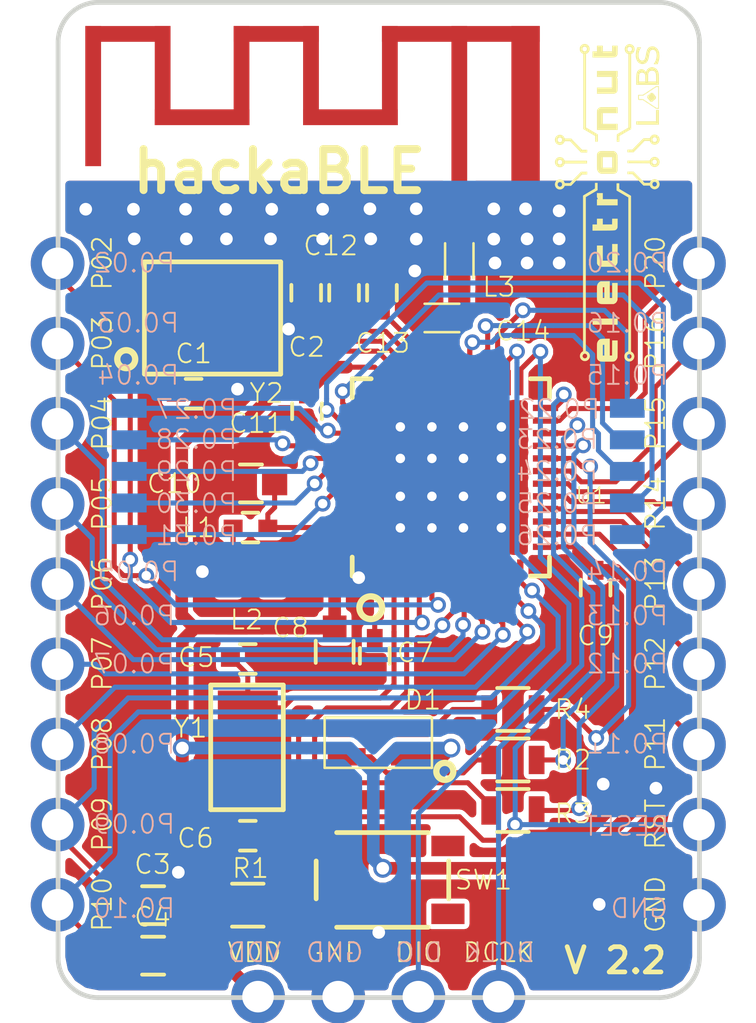
<source format=kicad_pcb>
(kicad_pcb (version 4) (host pcbnew 4.0.7)
  (layers (0 F.Cu signal) (31 B.Cu signal) (34 B.Paste user) (35 F.Paste user) (36 B.SilkS user) (37 F.SilkS user) (38 B.Mask user) (39 F.Mask user) (44 Edge.Cuts user))
  (net 0 "")
  (net 1 GND)
  (net 2 VDD)
  (net 3 "Net-(C5-Pad1)")
  (net 4 "Net-(C6-Pad1)")
  (net 5 "Net-(C7-Pad1)")
  (net 6 "Net-(C10-Pad2)")
  (net 7 "Net-(C12-Pad2)")
  (net 8 "Net-(C13-Pad2)")
  (net 9 "Net-(C14-Pad2)")
  (net 10 "Net-(D1-Pad2)")
  (net 11 "Net-(D1-Pad3)")
  (net 12 "Net-(D1-Pad4)")
  (net 13 "Net-(L1-Pad1)")
  (net 14 "Net-(L2-Pad1)")
  (net 15 "Net-(L3-Pad2)")
  (net 16 /P0.09)
  (net 17 /P0.10)
  (net 18 /P0.08)
  (net 19 /P0.07)
  (net 20 /P0.06)
  (net 21 /P0.05)
  (net 22 /P0.04)
  (net 23 /P0.03)
  (net 24 /P0.02)
  (net 25 /P0.20)
  (net 26 /P0.16)
  (net 27 /P0.15)
  (net 28 /P0.14)
  (net 29 /P0.13)
  (net 30 /P0.12)
  (net 31 /P0.11)
  (net 32 /RESET)
  (net 33 /P0.24)
  (net 34 /P0.25)
  (net 35 /P0.26)
  (net 36 /P0.23)
  (net 37 /P0.22)
  (net 38 /P0.29)
  (net 39 /P0.30)
  (net 40 /P0.31)
  (net 41 /P0.28)
  (net 42 /P0.27)
  (net 43 /SWDCLK)
  (net 44 /SWDIO)
  (net 45 /BLUE)
  (net 46 /GREEN)
  (net 47 /RED)
  (net 48 "Net-(C1-Pad1)")
  (net 49 "Net-(C2-Pad1)")
  (net 50 "Net-(U1-Pad44)")
  (module BLE:PinHeaderStraight1x09_Pitch2.54mm (layer F.Cu) (at 165.974 130.188 180)
    (fp_text reference J1 hide)
    (fp_text value GPIO)
    (pad 1 thru_hole circle (at 0 0 180) (size 1.7 1.7) (drill 1) (layers *.Cu *.Mask) (net 17 /P0.10))
    (pad 2 thru_hole oval (at 0 2.54 180) (size 1.7 1.7) (drill 1) (layers *.Cu *.Mask) (net 16 /P0.09))
    (pad 3 thru_hole oval (at 0 5.08 180) (size 1.7 1.7) (drill 1) (layers *.Cu *.Mask) (net 18 /P0.08))
    (pad 4 thru_hole oval (at 0 7.62 180) (size 1.7 1.7) (drill 1) (layers *.Cu *.Mask) (net 19 /P0.07))
    (pad 5 thru_hole oval (at 0 10.16 180) (size 1.7 1.7) (drill 1) (layers *.Cu *.Mask) (net 20 /P0.06))
    (pad 6 thru_hole oval (at 0 12.7 180) (size 1.7 1.7) (drill 1) (layers *.Cu *.Mask) (net 21 /P0.05))
    (pad 7 thru_hole oval (at 0 15.24 180) (size 1.7 1.7) (drill 1) (layers *.Cu *.Mask) (net 22 /P0.04))
    (pad 8 thru_hole oval (at 0 17.78 180) (size 1.7 1.7) (drill 1) (layers *.Cu *.Mask) (net 23 /P0.03))
    (pad 9 thru_hole oval (at 0 20.32 180) (size 1.7 1.7) (drill 1) (layers *.Cu *.Mask) (net 24 /P0.02))
  )
  (module Resistors_SMD:R_0603 (layer F.Cu) (at 180.4 125.6)
    (fp_text reference R2 (at 1.9 0) (layer F.SilkS) (effects (font (size 0.6 0.6) (thickness 0.06))))
    (fp_text value 100R)
    (pad 1 smd rect (at -0.75 0) (size 0.5 0.9) (layers F.Cu F.Paste F.Mask) (net 12 "Net-(D1-Pad4)"))
    (pad 2 smd rect (at 0.75 0) (size 0.5 0.9) (layers F.Cu F.Paste F.Mask) (net 45 /BLUE))
  )
  (module BLE:ABS07_crystal (layer F.Cu) (at 172 125.2 270)
    (fp_text reference Y1 (at -0.613 1.82 540) (layer F.SilkS) (effects (font (size 0.6 0.6) (thickness 0.06))))
    (fp_text value 32.768KHz hide)
    (pad 2 smd rect (at 1.25 0 270) (size 1.1 1.9) (layers F.Cu F.Paste F.Mask) (net 4 "Net-(C6-Pad1)"))
    (pad 1 smd rect (at -1.25 0 270) (size 1.1 1.9) (layers F.Cu F.Paste F.Mask) (net 3 "Net-(C5-Pad1)"))
  )
  (module Capacitors_SMD:C_0603 (layer F.Cu) (at 169 130.2)
    (fp_text reference C3 (at -0.018 -1.293) (layer F.SilkS) (effects (font (size 0.6 0.6) (thickness 0.06))))
    (fp_text value TBD)
    (pad 2 smd rect (at 0.75 0) (size 0.8 0.75) (layers F.Cu F.Paste F.Mask) (net 1 GND))
    (pad 1 smd rect (at -0.75 0) (size 0.8 0.75) (layers F.Cu F.Paste F.Mask) (net 16 /P0.09))
  )
  (module Capacitors_SMD:C_0603 (layer F.Cu) (at 169 131.8 180)
    (fp_text reference C4 (at 0.018 1.226 180) (layer F.SilkS) (effects (font (size 0.6 0.6) (thickness 0.06))))
    (fp_text value TBD)
    (pad 2 smd rect (at 0.75 0 180) (size 0.8 0.75) (layers F.Cu F.Paste F.Mask) (net 17 /P0.10))
    (pad 1 smd rect (at -0.75 0 180) (size 0.8 0.75) (layers F.Cu F.Paste F.Mask) (net 1 GND))
  )
  (module Capacitors_SMD:C_0402 (layer F.Cu) (at 172 122.4)
    (fp_text reference C5 (at -1.634 -0.049) (layer F.SilkS) (effects (font (size 0.6 0.6) (thickness 0.06))))
    (fp_text value 12pF)
    (pad 1 smd rect (at -0.55 0) (size 0.6 0.5) (layers F.Cu F.Paste F.Mask) (net 3 "Net-(C5-Pad1)"))
    (pad 2 smd rect (at 0.55 0) (size 0.6 0.5) (layers F.Cu F.Paste F.Mask) (net 1 GND))
  )
  (module Capacitors_SMD:C_0402 (layer F.Cu) (at 172 128 180)
    (fp_text reference C6 (at 1.658 -0.078 360) (layer F.SilkS) (effects (font (size 0.6 0.6) (thickness 0.06))))
    (fp_text value 12pF)
    (pad 1 smd rect (at -0.55 0 180) (size 0.6 0.5) (layers F.Cu F.Paste F.Mask) (net 4 "Net-(C6-Pad1)"))
    (pad 2 smd rect (at 0.55 0 180) (size 0.6 0.5) (layers F.Cu F.Paste F.Mask) (net 1 GND))
  )
  (module Capacitors_SMD:C_0402 (layer F.Cu) (at 176.022 122.301 270)
    (fp_text reference C7 (at -0.101 -1.278 360) (layer F.SilkS) (effects (font (size 0.6 0.6) (thickness 0.06))))
    (fp_text value 0.1uF)
    (pad 1 smd rect (at -0.55 0 270) (size 0.6 0.5) (layers F.Cu F.Paste F.Mask) (net 5 "Net-(C7-Pad1)"))
    (pad 2 smd rect (at 0.55 0 270) (size 0.6 0.5) (layers F.Cu F.Paste F.Mask) (net 1 GND))
  )
  (module Capacitors_SMD:C_0603 (layer F.Cu) (at 174.752 122.174 90)
    (fp_text reference C8 (at 0.762 -1.397 180) (layer F.SilkS) (effects (font (size 0.6 0.6) (thickness 0.06))))
    (fp_text value 4.7uF)
    (pad 2 smd rect (at 0.75 0 90) (size 0.8 0.75) (layers F.Cu F.Paste F.Mask) (net 2 VDD))
    (pad 1 smd rect (at -0.75 0 90) (size 0.8 0.75) (layers F.Cu F.Paste F.Mask) (net 1 GND))
  )
  (module Capacitors_SMD:C_0402 (layer F.Cu) (at 183.019 120.142 90)
    (fp_text reference C9 (at -1.524 0 180) (layer F.SilkS) (effects (font (size 0.6 0.6) (thickness 0.06))))
    (fp_text value 0.1uF)
    (pad 1 smd rect (at -0.55 0 90) (size 0.6 0.5) (layers F.Cu F.Paste F.Mask) (net 1 GND))
    (pad 2 smd rect (at 0.55 0 90) (size 0.6 0.5) (layers F.Cu F.Paste F.Mask) (net 2 VDD))
  )
  (module Capacitors_SMD:C_0603 (layer F.Cu) (at 172.1 116.84)
    (fp_text reference C10 (at -2.428 0) (layer F.SilkS) (effects (font (size 0.6 0.6) (thickness 0.06))))
    (fp_text value 1uF)
    (pad 2 smd rect (at 0.75 0) (size 0.8 0.75) (layers F.Cu F.Paste F.Mask) (net 6 "Net-(C10-Pad2)"))
    (pad 1 smd rect (at -0.75 0) (size 0.8 0.75) (layers F.Cu F.Paste F.Mask) (net 1 GND))
  )
  (module Capacitors_SMD:C_0402 (layer F.Cu) (at 173.875 114.554 90)
    (fp_text reference C11 (at -0.381 -1.5995 180) (layer F.SilkS) (effects (font (size 0.6 0.6) (thickness 0.06))))
    (fp_text value 0.1uF)
    (pad 1 smd rect (at -0.55 0 90) (size 0.6 0.5) (layers F.Cu F.Paste F.Mask) (net 1 GND))
    (pad 2 smd rect (at 0.55 0 90) (size 0.6 0.5) (layers F.Cu F.Paste F.Mask) (net 2 VDD))
  )
  (module Capacitors_SMD:C_0402 (layer F.Cu) (at 175.05 110.8 270)
    (fp_text reference C12 (at -1.4911 0.425 360) (layer F.SilkS) (effects (font (size 0.6 0.6) (thickness 0.06))))
    (fp_text value 100pF)
    (pad 1 smd rect (at -0.55 0 270) (size 0.6 0.5) (layers F.Cu F.Paste F.Mask) (net 1 GND))
    (pad 2 smd rect (at 0.55 0 270) (size 0.6 0.5) (layers F.Cu F.Paste F.Mask) (net 7 "Net-(C12-Pad2)"))
  )
  (module Capacitors_SMD:C_0402 (layer F.Cu) (at 176.25 110.8 270)
    (fp_text reference C13 (at 1.595 -0.026 360) (layer F.SilkS) (effects (font (size 0.6 0.6) (thickness 0.06))))
    (fp_text value NC)
    (pad 1 smd rect (at -0.55 0 270) (size 0.6 0.5) (layers F.Cu F.Paste F.Mask) (net 1 GND))
    (pad 2 smd rect (at 0.55 0 270) (size 0.6 0.5) (layers F.Cu F.Paste F.Mask) (net 8 "Net-(C13-Pad2)"))
  )
  (module BLE:RGB_LED (layer F.Cu) (at 176.134 125.05 180)
    (fp_text reference D1 (at -1.412 1.352 180) (layer F.SilkS) (effects (font (size 0.6 0.6) (thickness 0.06))))
    (fp_text value LED_ARGB)
    (pad 1 smd rect (at -1 -0.45 180) (size 1.2 0.55) (layers F.Cu F.Paste F.Mask) (net 2 VDD))
    (pad 2 smd rect (at -1 0.45 180) (size 1.2 0.55) (layers F.Cu F.Paste F.Mask) (net 10 "Net-(D1-Pad2)"))
    (pad 3 smd rect (at 1 0.45 180) (size 1.2 0.55) (layers F.Cu F.Paste F.Mask) (net 11 "Net-(D1-Pad3)"))
    (pad 4 smd rect (at 1 -0.45 180) (size 1.2 0.55) (layers F.Cu F.Paste F.Mask) (net 12 "Net-(D1-Pad4)"))
  )
  (module BLE:5pin_header (layer B.Cu) (at 184.023 116.459)
    (fp_text reference J3 hide)
    (fp_text value GPIO)
    (pad 3 smd rect (at 0 0) (size 1.1 0.6) (layers B.Cu B.Paste B.Mask) (net 33 /P0.24))
    (pad 2 smd rect (at 0 1) (size 1.1 0.6) (layers B.Cu B.Paste B.Mask) (net 34 /P0.25))
    (pad 1 smd rect (at 0 2) (size 1.1 0.6) (layers B.Cu B.Paste B.Mask) (net 35 /P0.26))
    (pad 4 smd rect (at 0 -1) (size 1.1 0.6) (layers B.Cu B.Paste B.Mask) (net 36 /P0.23))
    (pad 5 smd rect (at 0 -2) (size 1.1 0.6) (layers B.Cu B.Paste B.Mask) (net 37 /P0.22))
  )
  (module BLE:5pin_header (layer B.Cu) (at 168.245 116.459)
    (fp_text reference J5 hide)
    (fp_text value GPIO)
    (pad 3 smd rect (at 0 0) (size 1.1 0.6) (layers B.Cu B.Paste B.Mask) (net 38 /P0.29))
    (pad 2 smd rect (at 0 1) (size 1.1 0.6) (layers B.Cu B.Paste B.Mask) (net 39 /P0.30))
    (pad 1 smd rect (at 0 2) (size 1.1 0.6) (layers B.Cu B.Paste B.Mask) (net 40 /P0.31))
    (pad 4 smd rect (at 0 -1) (size 1.1 0.6) (layers B.Cu B.Paste B.Mask) (net 41 /P0.28))
    (pad 5 smd rect (at 0 -2) (size 1.1 0.6) (layers B.Cu B.Paste B.Mask) (net 42 /P0.27))
  )
  (module BLE:Pin_Header_Straight_1x04_Pitch2.54 (layer F.Cu) (at 179.944 133.098 270)
    (fp_text reference J7 hide)
    (fp_text value SWD)
    (pad 1 thru_hole circle (at 0 0 270) (size 1.7 1.7) (drill 1) (layers *.Cu *.Mask) (net 43 /SWDCLK))
    (pad 2 thru_hole oval (at 0 2.54 270) (size 1.7 1.7) (drill 1) (layers *.Cu *.Mask) (net 44 /SWDIO))
    (pad 3 thru_hole oval (at 0 5.08 270) (size 1.7 1.7) (drill 1) (layers *.Cu *.Mask) (net 1 GND))
    (pad 4 thru_hole oval (at 0 7.62 270) (size 1.7 1.7) (drill 1) (layers *.Cu *.Mask) (net 2 VDD))
  )
  (module Capacitors_SMD:C_0402 (layer F.Cu) (at 172.085 118.237)
    (fp_text reference L1 (at -1.651 0.002) (layer F.SilkS) (effects (font (size 0.6 0.6) (thickness 0.06))))
    (fp_text value 15nH)
    (pad 1 smd rect (at -0.55 0) (size 0.6 0.5) (layers F.Cu F.Paste F.Mask) (net 13 "Net-(L1-Pad1)"))
    (pad 2 smd rect (at 0.55 0) (size 0.6 0.5) (layers F.Cu F.Paste F.Mask) (net 6 "Net-(C10-Pad2)"))
  )
  (module Inductors_NEOSID:Neosid_Inductor_SM0603CG (layer F.Cu) (at 172.085 119.761 180)
    (fp_text reference L2 (at 0.127 -1.397 180) (layer F.SilkS) (effects (font (size 0.6 0.6) (thickness 0.06))))
    (fp_text value 10uH)
    (pad 2 smd rect (at 0.70104 0 180) (size 0.59944 1.19888) (layers F.Cu F.Paste F.Mask) (net 13 "Net-(L1-Pad1)"))
    (pad 1 smd rect (at -0.70104 0 180) (size 0.59944 1.19888) (layers F.Cu F.Paste F.Mask) (net 14 "Net-(L2-Pad1)"))
  )
  (module Resistors_SMD:R_0603 (layer F.Cu) (at 172 130.2)
    (fp_text reference R1 (at 0.085 -1.168) (layer F.SilkS) (effects (font (size 0.6 0.6) (thickness 0.06))))
    (fp_text value 10K)
    (pad 1 smd rect (at -0.75 0) (size 0.5 0.9) (layers F.Cu F.Paste F.Mask) (net 2 VDD))
    (pad 2 smd rect (at 0.75 0) (size 0.5 0.9) (layers F.Cu F.Paste F.Mask) (net 32 /RESET))
  )
  (module Resistors_SMD:R_0603 (layer F.Cu) (at 180.4 127.2)
    (fp_text reference R3 (at 1.9 0.1) (layer F.SilkS) (effects (font (size 0.6 0.6) (thickness 0.06))))
    (fp_text value 100R)
    (pad 1 smd rect (at -0.75 0) (size 0.5 0.9) (layers F.Cu F.Paste F.Mask) (net 11 "Net-(D1-Pad3)"))
    (pad 2 smd rect (at 0.75 0) (size 0.5 0.9) (layers F.Cu F.Paste F.Mask) (net 46 /GREEN))
  )
  (module Resistors_SMD:R_0603 (layer F.Cu) (at 180.4 124)
    (fp_text reference R4 (at 1.9 0) (layer F.SilkS) (effects (font (size 0.6 0.6) (thickness 0.06))))
    (fp_text value 200R)
    (pad 1 smd rect (at -0.75 0) (size 0.5 0.9) (layers F.Cu F.Paste F.Mask) (net 10 "Net-(D1-Pad2)"))
    (pad 2 smd rect (at 0.75 0) (size 0.5 0.9) (layers F.Cu F.Paste F.Mask) (net 47 /RED))
  )
  (module BLE:32MHz_crystal (layer F.Cu) (at 170.883 111.598)
    (fp_text reference Y2 (at 1.71 2.3845) (layer F.SilkS) (effects (font (size 0.6 0.6) (thickness 0.06))))
    (fp_text value 32MHz)
    (pad 4 smd rect (at -1.1 -0.85) (size 1.4 1.2) (layers F.Cu F.Paste F.Mask) (net 1 GND))
    (pad 1 smd rect (at -1.1 0.85) (size 1.4 1.2) (layers F.Cu F.Paste F.Mask) (net 48 "Net-(C1-Pad1)"))
    (pad 2 smd rect (at 1.1 0.85) (size 1.4 1.2) (layers F.Cu F.Paste F.Mask) (net 1 GND))
    (pad 3 smd rect (at 1.1 -0.85) (size 1.4 1.2) (layers F.Cu F.Paste F.Mask) (net 49 "Net-(C2-Pad1)"))
  )
  (module BLE:Antenna-2.45GHZ_mirror (layer F.Cu) (at 168.414 105.04932)
    (fp_text reference U3 hide)
    (fp_text value RF_Antenna)
    (pad 1 smd rect (at 10.287 0 180) (size 0.5 5.4) (layers F.Cu F.Mask) (net 15 "Net-(L3-Pad2)"))
    (pad 2 smd rect (at 12.387 0 180) (size 0.9 5.4) (layers F.Cu F.Mask) (net 1 GND))
    (pad "" smd rect (at 10.337 -2.45 90) (size 0.5 5) (layers F.Cu F.Mask))
    (pad "" smd rect (at 8.087 -1.13) (size 0.5 3.14) (layers F.Cu F.Mask))
    (pad "" smd rect (at 6.837 0.19 270) (size 0.5 3) (layers F.Cu F.Mask))
    (pad "" smd rect (at 3.387 -1.13) (size 0.5 3.14) (layers F.Cu F.Mask))
    (pad "" smd rect (at 2.137 0.19 270) (size 0.5 3) (layers F.Cu F.Mask))
    (pad "" smd rect (at 5.588 -1.13) (size 0.5 3.14) (layers F.Cu F.Mask))
    (pad "" smd rect (at 4.487 -2.45 270) (size 0.5 2.7) (layers F.Cu F.Mask))
    (pad "" smd rect (at 0.888 -1.13) (size 0.5 3.14) (layers F.Cu F.Mask))
    (pad "" smd rect (at -0.213 -2.45 270) (size 0.5 2.7) (layers F.Cu F.Mask))
    (pad "" smd rect (at -1.313 -0.48) (size 0.5 4.44) (layers F.Cu F.Mask))
  )
  (module BLE:SMD_0402 (layer F.Cu) (at 178.701 109.782 90)
    (fp_text reference L3 (at -0.835 1.258 180) (layer F.SilkS) (effects (font (size 0.6 0.6) (thickness 0.06))))
    (fp_text value 3.9uH)
    (pad 1 smd rect (at -0.55 0 90) (size 0.8 0.7) (layers F.Cu F.Paste F.Mask) (net 9 "Net-(C14-Pad2)"))
    (pad 2 smd rect (at 0.55 0 90) (size 0.8 0.7) (layers F.Cu F.Paste F.Mask) (net 15 "Net-(L3-Pad2)"))
  )
  (module BLE:SMD_C0402 (layer F.Cu) (at 178.151 111.598)
    (fp_text reference C14 (at 2.57 0.416) (layer F.SilkS) (effects (font (size 0.6 0.6) (thickness 0.06))))
    (fp_text value 0.8pF)
    (pad 1 smd rect (at -0.55 0) (size 0.7 0.7) (layers F.Cu F.Paste F.Mask) (net 1 GND))
    (pad 2 smd rect (at 0.55 0) (size 0.7 0.7) (layers F.Cu F.Paste F.Mask) (net 9 "Net-(C14-Pad2)"))
  )
  (module BLE:PinHeaderStraight1x09_Pitch2.54mm (layer F.Cu) (at 186.294 109.868)
    (fp_text reference J2 hide)
    (fp_text value GPIO)
    (pad 1 thru_hole circle (at 0 0) (size 1.7 1.7) (drill 1) (layers *.Cu *.Mask) (net 25 /P0.20))
    (pad 2 thru_hole oval (at 0 2.54) (size 1.7 1.7) (drill 1) (layers *.Cu *.Mask) (net 26 /P0.16))
    (pad 3 thru_hole oval (at 0 5.08) (size 1.7 1.7) (drill 1) (layers *.Cu *.Mask) (net 27 /P0.15))
    (pad 4 thru_hole oval (at 0 7.62) (size 1.7 1.7) (drill 1) (layers *.Cu *.Mask) (net 28 /P0.14))
    (pad 5 thru_hole oval (at 0 10.16) (size 1.7 1.7) (drill 1) (layers *.Cu *.Mask) (net 29 /P0.13))
    (pad 6 thru_hole oval (at 0 12.7) (size 1.7 1.7) (drill 1) (layers *.Cu *.Mask) (net 30 /P0.12))
    (pad 7 thru_hole oval (at 0 15.24) (size 1.7 1.7) (drill 1) (layers *.Cu *.Mask) (net 31 /P0.11))
    (pad 8 thru_hole oval (at 0 17.78) (size 1.7 1.7) (drill 1) (layers *.Cu *.Mask) (net 32 /RESET))
    (pad 9 thru_hole oval (at 0 20.32) (size 1.7 1.7) (drill 1) (layers *.Cu *.Mask) (net 1 GND))
  )
  (module BLE:logo (layer F.Cu) (at 183.388 107.95 90)
    (fp_text reference G*** hide)
    (fp_text value LOGO hide)
  )
  (module Capacitors_SMD:C_0402 (layer F.Cu) (at 170.283 113.998)
    (fp_text reference C1 (at 0 -1.27) (layer F.SilkS) (effects (font (size 0.6 0.6) (thickness 0.06))))
    (fp_text value 12pF)
    (pad 1 smd rect (at -0.55 0) (size 0.6 0.5) (layers F.Cu F.Paste F.Mask) (net 48 "Net-(C1-Pad1)"))
    (pad 2 smd rect (at 0.55 0) (size 0.6 0.5) (layers F.Cu F.Paste F.Mask) (net 1 GND))
  )
  (module Capacitors_SMD:C_0402 (layer F.Cu) (at 173.85 110.8 270)
    (fp_text reference C2 (at 1.722 -0.013 360) (layer F.SilkS) (effects (font (size 0.6 0.6) (thickness 0.06))))
    (fp_text value 12pF)
    (pad 1 smd rect (at -0.55 0 270) (size 0.6 0.5) (layers F.Cu F.Paste F.Mask) (net 49 "Net-(C2-Pad1)"))
    (pad 2 smd rect (at 0.55 0 270) (size 0.6 0.5) (layers F.Cu F.Paste F.Mask) (net 1 GND))
  )
  (module BLE:nRF52832 (layer F.Cu) (at 178.433 116.648 90)
    (fp_text reference U1 (at -0.573 4.447 360) (layer F.SilkS) (effects (font (size 0.5 0.5) (thickness 0.05))))
    (fp_text value nrf52832)
    (pad 1 smd rect (at -3 -2.2 90) (size 0.8 0.2) (layers F.Cu F.Paste F.Mask) (net 5 "Net-(C7-Pad1)"))
    (pad 2 smd rect (at -3 -1.8 90) (size 0.8 0.2) (layers F.Cu F.Paste F.Mask) (net 3 "Net-(C5-Pad1)"))
    (pad 3 smd rect (at -3 -1.4 90) (size 0.8 0.2) (layers F.Cu F.Paste F.Mask) (net 4 "Net-(C6-Pad1)"))
    (pad 4 smd rect (at -3 -1 90) (size 0.8 0.2) (layers F.Cu F.Paste F.Mask) (net 24 /P0.02))
    (pad 5 smd rect (at -3 -0.6 90) (size 0.8 0.2) (layers F.Cu F.Paste F.Mask) (net 23 /P0.03))
    (pad 6 smd rect (at -3 -0.2 90) (size 0.8 0.2) (layers F.Cu F.Paste F.Mask) (net 22 /P0.04))
    (pad 7 smd rect (at -3 0.2 90) (size 0.8 0.2) (layers F.Cu F.Paste F.Mask) (net 21 /P0.05))
    (pad 8 smd rect (at -3 0.6 90) (size 0.8 0.2) (layers F.Cu F.Paste F.Mask) (net 20 /P0.06))
    (pad 9 smd rect (at -3 1 90) (size 0.8 0.2) (layers F.Cu F.Paste F.Mask) (net 19 /P0.07))
    (pad 10 smd rect (at -3 1.4 90) (size 0.8 0.2) (layers F.Cu F.Paste F.Mask) (net 18 /P0.08))
    (pad 11 smd rect (at -3 1.8 90) (size 0.8 0.2) (layers F.Cu F.Paste F.Mask) (net 16 /P0.09))
    (pad 12 smd rect (at -3 2.2 90) (size 0.8 0.2) (layers F.Cu F.Paste F.Mask) (net 17 /P0.10))
    (pad 13 smd rect (at -2.2 3 180) (size 0.8 0.2) (layers F.Cu F.Paste F.Mask) (net 2 VDD))
    (pad 14 smd rect (at -1.8 3 180) (size 0.8 0.2) (layers F.Cu F.Paste F.Mask) (net 31 /P0.11))
    (pad 15 smd rect (at -1.4 3 180) (size 0.8 0.2) (layers F.Cu F.Paste F.Mask) (net 30 /P0.12))
    (pad 16 smd rect (at -1 3 180) (size 0.8 0.2) (layers F.Cu F.Paste F.Mask) (net 29 /P0.13))
    (pad 17 smd rect (at -0.6 3 180) (size 0.8 0.2) (layers F.Cu F.Paste F.Mask) (net 28 /P0.14))
    (pad 18 smd rect (at -0.2 3 180) (size 0.8 0.2) (layers F.Cu F.Paste F.Mask) (net 27 /P0.15))
    (pad 19 smd rect (at 0.2 3 180) (size 0.8 0.2) (layers F.Cu F.Paste F.Mask) (net 26 /P0.16))
    (pad 20 smd rect (at 0.6 3 180) (size 0.8 0.2) (layers F.Cu F.Paste F.Mask) (net 47 /RED))
    (pad 21 smd rect (at 1 3 180) (size 0.8 0.2) (layers F.Cu F.Paste F.Mask) (net 46 /GREEN))
    (pad 22 smd rect (at 1.4 3 180) (size 0.8 0.2) (layers F.Cu F.Paste F.Mask) (net 45 /BLUE))
    (pad 23 smd rect (at 1.8 3 180) (size 0.8 0.2) (layers F.Cu F.Paste F.Mask) (net 25 /P0.20))
    (pad 24 smd rect (at 2.2 3 180) (size 0.8 0.2) (layers F.Cu F.Paste F.Mask) (net 32 /RESET))
    (pad 25 smd rect (at 3 2.2 90) (size 0.8 0.2) (layers F.Cu F.Paste F.Mask) (net 43 /SWDCLK))
    (pad 26 smd rect (at 3 1.8 90) (size 0.8 0.2) (layers F.Cu F.Paste F.Mask) (net 44 /SWDIO))
    (pad 27 smd rect (at 3 1.4 90) (size 0.8 0.2) (layers F.Cu F.Paste F.Mask) (net 37 /P0.22))
    (pad 28 smd rect (at 3 1 90) (size 0.8 0.2) (layers F.Cu F.Paste F.Mask) (net 36 /P0.23))
    (pad 29 smd rect (at 3 0.6 90) (size 0.8 0.2) (layers F.Cu F.Paste F.Mask) (net 33 /P0.24))
    (pad 30 smd rect (at 3 0.2 90) (size 0.8 0.2) (layers F.Cu F.Paste F.Mask) (net 9 "Net-(C14-Pad2)"))
    (pad 31 smd rect (at 3 -0.2 90) (size 0.8 0.2) (layers F.Cu F.Paste F.Mask) (net 1 GND))
    (pad 32 smd rect (at 3 -0.6 90) (size 0.8 0.2) (layers F.Cu F.Paste F.Mask) (net 8 "Net-(C13-Pad2)"))
    (pad 33 smd rect (at 3 -1 90) (size 0.8 0.2) (layers F.Cu F.Paste F.Mask) (net 7 "Net-(C12-Pad2)"))
    (pad 34 smd rect (at 3 -1.4 90) (size 0.8 0.2) (layers F.Cu F.Paste F.Mask) (net 49 "Net-(C2-Pad1)"))
    (pad 35 smd rect (at 3 -1.8 90) (size 0.8 0.2) (layers F.Cu F.Paste F.Mask) (net 48 "Net-(C1-Pad1)"))
    (pad 36 smd rect (at 3 -2.2 90) (size 0.8 0.2) (layers F.Cu F.Paste F.Mask) (net 2 VDD))
    (pad 37 smd rect (at 2.2 -3 180) (size 0.8 0.2) (layers F.Cu F.Paste F.Mask) (net 34 /P0.25))
    (pad 38 smd rect (at 1.8 -3 180) (size 0.8 0.2) (layers F.Cu F.Paste F.Mask) (net 35 /P0.26))
    (pad 39 smd rect (at 1.4 -3 180) (size 0.8 0.2) (layers F.Cu F.Paste F.Mask) (net 42 /P0.27))
    (pad 40 smd rect (at 1 -3 180) (size 0.8 0.2) (layers F.Cu F.Paste F.Mask) (net 41 /P0.28))
    (pad 41 smd rect (at 0.6 -3 180) (size 0.8 0.2) (layers F.Cu F.Paste F.Mask) (net 38 /P0.29))
    (pad 42 smd rect (at 0.2 -3 180) (size 0.8 0.2) (layers F.Cu F.Paste F.Mask) (net 39 /P0.30))
    (pad 43 smd rect (at -0.2 -3 180) (size 0.8 0.2) (layers F.Cu F.Paste F.Mask) (net 40 /P0.31))
    (pad 44 smd rect (at -0.6 -3 180) (size 0.8 0.2) (layers F.Cu F.Paste F.Mask) (net 50 "Net-(U1-Pad44)"))
    (pad 45 smd rect (at -1 -3 180) (size 0.8 0.2) (layers F.Cu F.Paste F.Mask) (net 1 GND))
    (pad 46 smd rect (at -1.4 -3 180) (size 0.8 0.2) (layers F.Cu F.Paste F.Mask) (net 6 "Net-(C10-Pad2)"))
    (pad 47 smd rect (at -1.8 -3 180) (size 0.8 0.2) (layers F.Cu F.Paste F.Mask) (net 14 "Net-(L2-Pad1)"))
    (pad 48 smd rect (at -2.2 -3 180) (size 0.8 0.2) (layers F.Cu F.Paste F.Mask) (net 2 VDD))
    (pad 49 smd rect (at 0 0 90) (size 4.5 4.5) (layers F.Cu F.Paste F.Mask) (net 1 GND))
    (pad 49 thru_hole circle (at 1.6 -1.6 90) (size 0.5 0.5) (drill 0.3) (layers *.Cu *.Mask) (net 1 GND))
    (pad 49 thru_hole circle (at -1.6 -1.6 90) (size 0.5 0.5) (drill 0.3) (layers *.Cu *.Mask) (net 1 GND))
    (pad 49 thru_hole circle (at -1.6 1.6 90) (size 0.5 0.5) (drill 0.3) (layers *.Cu *.Mask) (net 1 GND))
    (pad 49 thru_hole circle (at 1.6 1.6 90) (size 0.5 0.5) (drill 0.3) (layers *.Cu *.Mask) (net 1 GND))
    (pad 49 thru_hole circle (at -1.6 -0.6 90) (size 0.5 0.5) (drill 0.3) (layers *.Cu *.Mask) (net 1 GND))
    (pad 49 thru_hole circle (at -0.6 -1.6 90) (size 0.5 0.5) (drill 0.3) (layers *.Cu *.Mask) (net 1 GND))
    (pad 49 thru_hole circle (at 0.6 -1.6 90) (size 0.5 0.5) (drill 0.3) (layers *.Cu *.Mask) (net 1 GND))
    (pad 49 thru_hole circle (at -1.6 0.4 90) (size 0.5 0.5) (drill 0.3) (layers *.Cu *.Mask) (net 1 GND))
    (pad 49 thru_hole circle (at -0.6 0.4 90) (size 0.5 0.5) (drill 0.3) (layers *.Cu *.Mask) (net 1 GND))
    (pad 49 thru_hole circle (at 0.6 0.4 90) (size 0.5 0.5) (drill 0.3) (layers *.Cu *.Mask) (net 1 GND))
    (pad 49 thru_hole circle (at 1.6 0.4 90) (size 0.5 0.5) (drill 0.3) (layers *.Cu *.Mask) (net 1 GND))
    (pad 49 thru_hole circle (at -0.6 1.6 90) (size 0.5 0.5) (drill 0.3) (layers *.Cu *.Mask) (net 1 GND))
    (pad 49 thru_hole circle (at 0.6 1.6 90) (size 0.5 0.5) (drill 0.3) (layers *.Cu *.Mask) (net 1 GND))
    (pad 49 thru_hole circle (at 0.6 -0.6 90) (size 0.5 0.5) (drill 0.3) (layers *.Cu *.Mask) (net 1 GND))
    (pad 49 thru_hole circle (at 1.6 -0.6 90) (size 0.5 0.5) (drill 0.3) (layers *.Cu *.Mask) (net 1 GND))
    (pad 49 thru_hole circle (at -0.6 -0.6 90) (size 0.5 0.5) (drill 0.3) (layers *.Cu *.Mask) (net 1 GND))
  )
  (module BLE:PTS810_Switch (layer F.Cu) (at 176.266 129.4)
    (fp_text reference SW1 (at 3.2 0) (layer F.SilkS) (effects (font (size 0.6 0.6) (thickness 0.06))))
    (fp_text value SW_Push)
    (pad 1 smd rect (at -2.075 -1.075) (size 1.05 0.65) (layers F.Cu F.Paste F.Mask) (net 32 /RESET))
    (pad 3 smd rect (at 2.075 -1.075) (size 1.05 0.65) (layers F.Cu F.Paste F.Mask))
    (pad 2 smd rect (at -2.075 1.075) (size 1.05 0.65) (layers F.Cu F.Paste F.Mask) (net 1 GND))
    (pad 4 smd rect (at 2.075 1.075) (size 1.05 0.65) (layers F.Cu F.Paste F.Mask))
  )
  (gr_text P20 (at 184.912 109.855 90) (layer F.SilkS) (effects (font (size 0.6 0.6) (thickness 0.06))))
  (gr_text P16 (at 184.912 112.395 90) (layer F.SilkS) (effects (font (size 0.6 0.6) (thickness 0.06))))
  (gr_text P15 (at 184.912 114.935 90) (layer F.SilkS) (effects (font (size 0.6 0.6) (thickness 0.06))))
  (gr_text P14 (at 184.912 117.475 90) (layer F.SilkS) (effects (font (size 0.6 0.6) (thickness 0.06))))
  (gr_text P13 (at 184.912 120.015 90) (layer F.SilkS) (effects (font (size 0.6 0.6) (thickness 0.06))))
  (gr_text P12 (at 184.912 122.555 90) (layer F.SilkS) (effects (font (size 0.6 0.6) (thickness 0.06))))
  (gr_text P11 (at 184.912 125.095 90) (layer F.SilkS) (effects (font (size 0.6 0.6) (thickness 0.06))))
  (gr_text RST (at 184.912 127.635 90) (layer F.SilkS) (effects (font (size 0.6 0.6) (thickness 0.06))))
  (gr_text GND (at 184.912 130.175 90) (layer F.SilkS) (effects (font (size 0.6 0.6) (thickness 0.06))))
  (gr_circle (center 168.148 112.903) (end 168.275 113.157) (layer F.SilkS) (width 0.2))
  (gr_text P02 (at 167.386 109.855 90) (layer F.SilkS) (effects (font (size 0.6 0.6) (thickness 0.06))))
  (gr_text P03 (at 167.386 112.395 90) (layer F.SilkS) (effects (font (size 0.6 0.6) (thickness 0.06))))
  (gr_text P04 (at 167.386 114.935 90) (layer F.SilkS) (effects (font (size 0.6 0.6) (thickness 0.06))))
  (gr_text P05 (at 167.386 117.475 90) (layer F.SilkS) (effects (font (size 0.6 0.6) (thickness 0.06))))
  (gr_text P06 (at 167.386 120.015 90) (layer F.SilkS) (effects (font (size 0.6 0.6) (thickness 0.06))))
  (gr_text P07 (at 167.386 122.555 90) (layer F.SilkS) (effects (font (size 0.6 0.6) (thickness 0.06))))
  (gr_text P08 (at 167.386 125.095 90) (layer F.SilkS) (effects (font (size 0.6 0.6) (thickness 0.06))))
  (gr_text P09 (at 167.386 127.635 90) (layer F.SilkS) (effects (font (size 0.6 0.6) (thickness 0.06))))
  (gr_text P10 (at 167.386 130.175 90) (layer F.SilkS) (effects (font (size 0.6 0.6) (thickness 0.06))))
  (gr_circle (center 175.895 120.777) (end 176.149 121.031) (layer F.SilkS) (width 0.2))
  (gr_circle (center 178.24196 125.96114) (end 178.35626 126.20498) (layer F.SilkS) (width 0.2))
  (gr_text P0.05 (at 168.529 119.634) (layer B.SilkS) (effects (font (size 0.6 0.6) (thickness 0.06)) (justify mirror)))
  (gr_text hackaBLE (at 172.9994 106.9594) (layer F.SilkS) (effects (font (size 1.3 1.3) (thickness 0.25))))
  (gr_text DCLK (at 179.959 131.699) (layer B.SilkS) (effects (font (size 0.6 0.6) (thickness 0.06)) (justify mirror)))
  (gr_text DIO (at 177.419 131.699) (layer B.SilkS) (effects (font (size 0.6 0.6) (thickness 0.06)) (justify mirror)))
  (gr_text GND (at 174.752 131.699) (layer B.SilkS) (effects (font (size 0.6 0.6) (thickness 0.06)) (justify mirror)))
  (gr_text VDD (at 172.212 131.699) (layer B.SilkS) (effects (font (size 0.6 0.6) (thickness 0.06)) (justify mirror)))
  (gr_text P0.22 (at 181.864 114.4905) (layer B.SilkS) (effects (font (size 0.6 0.6) (thickness 0.06)) (justify mirror)))
  (gr_text P0.23 (at 181.8005 115.443) (layer B.SilkS) (effects (font (size 0.6 0.6) (thickness 0.06)) (justify mirror)))
  (gr_text P0.24 (at 181.8005 116.459) (layer B.SilkS) (effects (font (size 0.6 0.6) (thickness 0.06)) (justify mirror)))
  (gr_text P0.25 (at 181.8005 117.475) (layer B.SilkS) (effects (font (size 0.6 0.6) (thickness 0.06)) (justify mirror)))
  (gr_text P0.26 (at 181.8005 118.491) (layer B.SilkS) (effects (font (size 0.6 0.6) (thickness 0.06)) (justify mirror)))
  (gr_text P0.31 (at 170.3705 118.491) (layer B.SilkS) (effects (font (size 0.6 0.6) (thickness 0.06)) (justify mirror)))
  (gr_text P0.30 (at 170.3705 117.475) (layer B.SilkS) (effects (font (size 0.6 0.6) (thickness 0.06)) (justify mirror)))
  (gr_text P0.29 (at 170.3705 116.459) (layer B.SilkS) (effects (font (size 0.6 0.6) (thickness 0.06)) (justify mirror)))
  (gr_text P0.28 (at 170.3705 115.443) (layer B.SilkS) (effects (font (size 0.6 0.6) (thickness 0.06)) (justify mirror)))
  (gr_text P0.27 (at 170.3705 114.4905) (layer B.SilkS) (effects (font (size 0.6 0.6) (thickness 0.06)) (justify mirror)))
  (gr_text P0.02 (at 168.402 109.855) (layer B.SilkS) (effects (font (size 0.6 0.6) (thickness 0.06)) (justify mirror)))
  (gr_text P0.03 (at 168.529 111.76) (layer B.SilkS) (effects (font (size 0.6 0.6) (thickness 0.06)) (justify mirror)))
  (gr_text P0.04 (at 168.529 113.411) (layer B.SilkS) (effects (font (size 0.6 0.6) (thickness 0.06)) (justify mirror)))
  (gr_text P0.06 (at 168.402 121.031) (layer B.SilkS) (effects (font (size 0.6 0.6) (thickness 0.06)) (justify mirror)))
  (gr_text P0.07 (at 168.402 122.555) (layer B.SilkS) (effects (font (size 0.6 0.6) (thickness 0.06)) (justify mirror)))
  (gr_text P0.08 (at 168.402 125.095) (layer B.SilkS) (effects (font (size 0.6 0.6) (thickness 0.06)) (justify mirror)))
  (gr_text P0.09 (at 168.402 127.635) (layer B.SilkS) (effects (font (size 0.6 0.6) (thickness 0.06)) (justify mirror)))
  (gr_text P0.10 (at 168.402 130.302) (layer B.SilkS) (effects (font (size 0.6 0.6) (thickness 0.06)) (justify mirror)))
  (gr_text P0.20 (at 184.023 109.855) (layer B.SilkS) (effects (font (size 0.6 0.6) (thickness 0.06)) (justify mirror)))
  (gr_text P0.16 (at 184.023 111.76) (layer B.SilkS) (effects (font (size 0.6 0.6) (thickness 0.06)) (justify mirror)))
  (gr_text "P0.15\n" (at 184.023 113.411) (layer B.SilkS) (effects (font (size 0.6 0.6) (thickness 0.06)) (justify mirror)))
  (gr_text "P0.14\n" (at 184.023 119.634) (layer B.SilkS) (effects (font (size 0.6 0.6) (thickness 0.06)) (justify mirror)))
  (gr_text P0.13 (at 184.023 121.031) (layer B.SilkS) (effects (font (size 0.6 0.6) (thickness 0.06)) (justify mirror)))
  (gr_text P0.12 (at 184.023 122.555) (layer B.SilkS) (effects (font (size 0.6 0.6) (thickness 0.06)) (justify mirror)))
  (gr_text P0.11 (at 184.023 125.095) (layer B.SilkS) (effects (font (size 0.6 0.6) (thickness 0.06)) (justify mirror)))
  (gr_text RESET (at 184 127.7) (layer B.SilkS) (effects (font (size 0.6 0.6) (thickness 0.06)) (justify mirror)))
  (gr_text GND (at 184.404 130.302) (layer B.SilkS) (effects (font (size 0.6 0.6) (thickness 0.06)) (justify mirror)))
  (gr_text DCLK (at 179.959 131.699) (layer F.SilkS) (effects (font (size 0.6 0.6) (thickness 0.06))))
  (gr_text DIO (at 177.419 131.699) (layer F.SilkS) (effects (font (size 0.6 0.6) (thickness 0.06))))
  (gr_text GND (at 174.752 131.699) (layer F.SilkS) (effects (font (size 0.6 0.6) (thickness 0.06))))
  (gr_text VDD (at 172.212 131.699) (layer F.SilkS) (effects (font (size 0.6 0.6) (thickness 0.06))))
  (gr_text "V 2.2" (at 183.642 131.953) (layer F.SilkS) (effects (font (size 0.8 0.8))))
  (gr_line (start 167.259 133.128) (end 185.039 133.128) (angle 90) (layer Edge.Cuts) (width 0.15))
  (gr_line (start 165.989 102.87) (end 165.989 131.858) (angle 90) (layer Edge.Cuts) (width 0.15))
  (gr_line (start 185.039 101.6) (end 167.259 101.6) (angle 90) (layer Edge.Cuts) (width 0.15))
  (gr_line (start 186.309 131.858) (end 186.309 102.87) (angle 90) (layer Edge.Cuts) (width 0.15))
  (gr_arc (start 185.039 102.87) (end 185.039 101.6) (angle 90) (layer Edge.Cuts) (width 0.15))
  (gr_arc (start 167.259 102.87) (end 165.989 102.87) (angle 90) (layer Edge.Cuts) (width 0.15))
  (gr_arc (start 167.259 131.858) (end 167.259 133.128) (angle 90) (layer Edge.Cuts) (width 0.15))
  (gr_arc (start 185.039 131.858) (end 186.309 131.858) (angle 90) (layer Edge.Cuts) (width 0.15))
  (segment (start 186.294 130.188) (end 183.147 130.188) (width 0.4) (layer B.Cu) (net 1))
  (via (at 183.134 130.175) (size 0.6) (drill 0.4) (layers F.Cu B.Cu) (net 1))
  (segment (start 183.147 130.188) (end 183.134 130.175) (width 0.4) (layer B.Cu) (net 1))
  (segment (start 183.642 123.698) (end 183.642 125.984) (width 0.4) (layer F.Cu) (net 1))
  (segment (start 183.642 125.984) (end 183.261 126.365) (width 0.4) (layer F.Cu) (net 1))
  (via (at 183.261 126.365) (size 0.6) (drill 0.4) (layers F.Cu B.Cu) (net 1))
  (segment (start 183.019 123.075) (end 183.642 123.698) (width 0.4) (layer F.Cu) (net 1))
  (segment (start 183.019 120.692) (end 183.019 123.075) (width 0.4) (layer F.Cu) (net 1))
  (segment (start 184.93101 126.917526) (end 184.93101 126.493262) (width 0.4) (layer F.Cu) (net 1))
  (segment (start 184.93101 128.82501) (end 184.93101 126.917526) (width 0.4) (layer F.Cu) (net 1))
  (via (at 184.93101 126.493262) (size 0.6) (drill 0.4) (layers F.Cu B.Cu) (net 1))
  (segment (start 186.294 130.188) (end 184.93101 128.82501) (width 0.4) (layer F.Cu) (net 1))
  (segment (start 169.799 129.159) (end 169.799 130.151) (width 0.4) (layer F.Cu) (net 1))
  (segment (start 169.799 130.151) (end 169.75 130.2) (width 0.4) (layer F.Cu) (net 1))
  (segment (start 176.149 131.064) (end 174.244 129.159) (width 0.4) (layer B.Cu) (net 1))
  (segment (start 174.244 129.159) (end 169.799 129.159) (width 0.4) (layer B.Cu) (net 1))
  (via (at 169.799 129.159) (size 0.6) (drill 0.4) (layers F.Cu B.Cu) (net 1))
  (segment (start 174.864 133.098) (end 174.864 132.349) (width 0.4) (layer F.Cu) (net 1))
  (segment (start 174.864 132.349) (end 176.149 131.064) (width 0.4) (layer F.Cu) (net 1))
  (via (at 176.149 131.064) (size 0.6) (drill 0.4) (layers F.Cu B.Cu) (net 1))
  (segment (start 181.864 109.093) (end 181.864 109.855) (width 0.4) (layer B.Cu) (net 1))
  (via (at 181.864 109.855) (size 0.6) (drill 0.4) (layers F.Cu B.Cu) (net 1))
  (segment (start 181.864 108.204) (end 181.864 109.093) (width 0.4) (layer F.Cu) (net 1))
  (via (at 181.864 109.093) (size 0.6) (drill 0.4) (layers F.Cu B.Cu) (net 1))
  (segment (start 180.8 108.141) (end 181.801 108.141) (width 0.4) (layer B.Cu) (net 1))
  (segment (start 181.801 108.141) (end 181.864 108.204) (width 0.4) (layer B.Cu) (net 1))
  (via (at 181.864 108.204) (size 0.6) (drill 0.4) (layers F.Cu B.Cu) (net 1))
  (segment (start 170.053 109.093) (end 168.402 109.093) (width 0.4) (layer B.Cu) (net 1))
  (via (at 168.402 109.093) (size 0.6) (drill 0.4) (layers F.Cu B.Cu) (net 1))
  (segment (start 171.323 109.093) (end 170.053 109.093) (width 0.4) (layer B.Cu) (net 1))
  (via (at 170.053 109.093) (size 0.6) (drill 0.4) (layers F.Cu B.Cu) (net 1))
  (segment (start 172.72 109.093) (end 171.323 109.093) (width 0.4) (layer B.Cu) (net 1))
  (via (at 171.323 109.093) (size 0.6) (drill 0.4) (layers F.Cu B.Cu) (net 1))
  (segment (start 174.371 109.093) (end 172.72 109.093) (width 0.4) (layer B.Cu) (net 1))
  (via (at 172.72 109.093) (size 0.6) (drill 0.4) (layers F.Cu B.Cu) (net 1))
  (segment (start 175.895 109.093) (end 174.371 109.093) (width 0.4) (layer B.Cu) (net 1))
  (via (at 174.371 109.093) (size 0.6) (drill 0.4) (layers F.Cu B.Cu) (net 1))
  (segment (start 177.338 109.098) (end 175.9 109.098) (width 0.4) (layer B.Cu) (net 1))
  (segment (start 175.9 109.098) (end 175.895 109.093) (width 0.4) (layer B.Cu) (net 1))
  (via (at 175.895 109.093) (size 0.6) (drill 0.4) (layers F.Cu B.Cu) (net 1))
  (segment (start 179.832 109.855) (end 180.848 109.855) (width 0.4) (layer B.Cu) (net 1))
  (via (at 180.848 109.855) (size 0.6) (drill 0.4) (layers F.Cu B.Cu) (net 1))
  (segment (start 179.794 109.099) (end 180.842 109.099) (width 0.4) (layer B.Cu) (net 1))
  (segment (start 180.842 109.099) (end 180.848 109.093) (width 0.4) (layer B.Cu) (net 1))
  (via (at 180.848 109.093) (size 0.6) (drill 0.4) (layers F.Cu B.Cu) (net 1))
  (segment (start 179.794 109.099) (end 179.794 109.817) (width 0.4) (layer B.Cu) (net 1))
  (segment (start 179.794 109.817) (end 179.832 109.855) (width 0.4) (layer B.Cu) (net 1))
  (via (at 179.832 109.855) (size 0.6) (drill 0.4) (layers F.Cu B.Cu) (net 1))
  (segment (start 177.338 109.098) (end 177.338 110.063) (width 0.4) (layer B.Cu) (net 1))
  (segment (start 177.338 110.063) (end 177.292 110.109) (width 0.4) (layer B.Cu) (net 1))
  (via (at 177.292 110.109) (size 0.6) (drill 0.4) (layers F.Cu B.Cu) (net 1))
  (segment (start 170.833 113.998) (end 171.52848 113.998) (width 0.4) (layer F.Cu) (net 1))
  (via (at 171.67352 113.85296) (size 0.6) (drill 0.4) (layers F.Cu B.Cu) (net 1))
  (segment (start 171.52848 113.998) (end 171.67352 113.85296) (width 0.4) (layer F.Cu) (net 1))
  (segment (start 175.433 117.648) (end 176.022 117.648) (width 0.16) (layer F.Cu) (net 1))
  (segment (start 176.833 118.248) (end 176.233 117.648) (width 0.16) (layer F.Cu) (net 1))
  (segment (start 176.233 117.648) (end 176.022 117.648) (width 0.16) (layer F.Cu) (net 1))
  (segment (start 175.433 117.648) (end 177.433 117.648) (width 0.16) (layer F.Cu) (net 1))
  (segment (start 177.433 117.648) (end 178.433 116.648) (width 0.16) (layer F.Cu) (net 1))
  (segment (start 170.561 117.629) (end 170.561 119.634) (width 0.4) (layer F.Cu) (net 1))
  (segment (start 171.35 116.84) (end 170.561 117.629) (width 0.4) (layer F.Cu) (net 1))
  (via (at 170.561 119.634) (size 0.6) (drill 0.4) (layers F.Cu B.Cu) (net 1))
  (segment (start 168.3766 108.1532) (end 166.8653 108.1532) (width 0.4) (layer B.Cu) (net 1))
  (via (at 166.8653 108.1532) (size 0.6) (drill 0.4) (layers F.Cu B.Cu) (net 1))
  (segment (start 170.0276 108.1532) (end 168.3766 108.1532) (width 0.4) (layer F.Cu) (net 1))
  (via (at 168.3766 108.1532) (size 0.6) (drill 0.4) (layers F.Cu B.Cu) (net 1))
  (segment (start 171.2976 108.1532) (end 170.0276 108.1532) (width 0.4) (layer B.Cu) (net 1))
  (via (at 170.0276 108.1532) (size 0.6) (drill 0.4) (layers F.Cu B.Cu) (net 1))
  (segment (start 172.7581 108.1532) (end 171.2976 108.1532) (width 0.4) (layer F.Cu) (net 1))
  (via (at 171.2976 108.1532) (size 0.6) (drill 0.4) (layers F.Cu B.Cu) (net 1))
  (segment (start 174.371 108.1532) (end 172.7581 108.1532) (width 0.4) (layer B.Cu) (net 1))
  (via (at 172.7581 108.1532) (size 0.6) (drill 0.4) (layers F.Cu B.Cu) (net 1))
  (segment (start 175.8696 108.1405) (end 174.3837 108.1405) (width 0.4) (layer F.Cu) (net 1))
  (segment (start 174.3837 108.1405) (end 174.371 108.1532) (width 0.4) (layer F.Cu) (net 1))
  (via (at 174.371 108.1532) (size 0.6) (drill 0.4) (layers F.Cu B.Cu) (net 1))
  (segment (start 177.337 108.14) (end 175.8701 108.14) (width 0.4) (layer B.Cu) (net 1))
  (segment (start 175.8701 108.14) (end 175.8696 108.1405) (width 0.4) (layer B.Cu) (net 1))
  (via (at 175.8696 108.1405) (size 0.6) (drill 0.4) (layers F.Cu B.Cu) (net 1))
  (segment (start 177.338 109.098) (end 177.338 108.141) (width 0.4) (layer B.Cu) (net 1))
  (segment (start 177.338 108.141) (end 177.337 108.14) (width 0.4) (layer B.Cu) (net 1))
  (via (at 177.337 108.14) (size 0.6) (drill 0.4) (layers F.Cu B.Cu) (net 1))
  (segment (start 176.25 110.25) (end 176.25 110.186) (width 0.4) (layer F.Cu) (net 1))
  (segment (start 176.25 110.186) (end 177.338 109.098) (width 0.4) (layer F.Cu) (net 1))
  (via (at 177.338 109.098) (size 0.6) (drill 0.4) (layers F.Cu B.Cu) (net 1))
  (segment (start 179.794 109.099) (end 179.794 108.141) (width 0.4) (layer F.Cu) (net 1))
  (via (at 179.794 108.141) (size 0.6) (drill 0.4) (layers F.Cu B.Cu) (net 1))
  (segment (start 180.801 108.14) (end 180.801 105.04932) (width 0.4) (layer F.Cu) (net 1))
  (via (at 180.8 108.141) (size 0.6) (drill 0.4) (layers F.Cu B.Cu) (net 1))
  (segment (start 180.801 108.14) (end 180.8 108.141) (width 0.4) (layer F.Cu) (net 1))
  (segment (start 179.794 108.141) (end 180.8 108.141) (width 0.4) (layer B.Cu) (net 1))
  (via (at 179.794 109.099) (size 0.6) (drill 0.4) (layers F.Cu B.Cu) (net 1))
  (segment (start 176.022 122.851) (end 175.7465 122.851) (width 0.16) (layer F.Cu) (net 1))
  (via (at 175.514 119.8245) (size 0.6) (drill 0.4) (layers F.Cu B.Cu) (net 1))
  (segment (start 175.514 122.6185) (end 175.514 119.8245) (width 0.16) (layer F.Cu) (net 1))
  (segment (start 175.7465 122.851) (end 175.514 122.6185) (width 0.16) (layer F.Cu) (net 1))
  (segment (start 171.983 112.448) (end 172.794 112.448) (width 0.4) (layer F.Cu) (net 1))
  (segment (start 172.794 112.448) (end 173.2915 111.9505) (width 0.4) (layer F.Cu) (net 1))
  (via (at 173.2915 111.9505) (size 0.6) (drill 0.4) (layers F.Cu B.Cu) (net 1))
  (segment (start 176.276 129.032) (end 182.372 129.032) (width 0.4) (layer F.Cu) (net 2))
  (segment (start 182.372 129.032) (end 184.277 127.127) (width 0.4) (layer F.Cu) (net 2))
  (segment (start 184.277 127.127) (end 184.277 120.2) (width 0.4) (layer F.Cu) (net 2))
  (segment (start 184.277 120.2) (end 183.669 119.592) (width 0.4) (layer F.Cu) (net 2))
  (segment (start 183.669 119.592) (end 183.019 119.592) (width 0.4) (layer F.Cu) (net 2))
  (segment (start 178.435 125.222) (end 177.419 125.222) (width 0.4) (layer B.Cu) (net 2))
  (segment (start 177.419 125.222) (end 176.738001 125.222) (width 0.4) (layer B.Cu) (net 2))
  (segment (start 176.738001 125.222) (end 175.976001 125.984) (width 0.4) (layer B.Cu) (net 2))
  (segment (start 169.926 125.222) (end 173.863 125.222) (width 0.4) (layer B.Cu) (net 2))
  (segment (start 175.976001 128.732001) (end 175.976001 125.984) (width 0.4) (layer B.Cu) (net 2))
  (segment (start 173.863 125.222) (end 175.214001 125.222) (width 0.4) (layer B.Cu) (net 2))
  (segment (start 175.214001 125.222) (end 175.976001 125.984) (width 0.4) (layer B.Cu) (net 2))
  (segment (start 176.276 129.032) (end 175.976001 128.732001) (width 0.4) (layer B.Cu) (net 2))
  (via (at 176.276 129.032) (size 0.6) (drill 0.4) (layers F.Cu B.Cu) (net 2))
  (segment (start 177.134 125.5) (end 178.157 125.5) (width 0.4) (layer F.Cu) (net 2))
  (segment (start 178.157 125.5) (end 178.435 125.222) (width 0.4) (layer F.Cu) (net 2))
  (segment (start 169.926 123.825) (end 169.926 125.222) (width 0.4) (layer F.Cu) (net 2))
  (segment (start 169.926 127.508) (end 169.926 125.222) (width 0.4) (layer F.Cu) (net 2))
  (via (at 178.435 125.222) (size 0.6) (drill 0.4) (layers F.Cu B.Cu) (net 2))
  (via (at 169.926 125.222) (size 0.6) (drill 0.4) (layers F.Cu B.Cu) (net 2))
  (segment (start 178.157 125.5) (end 178.435 125.222) (width 0.4) (layer F.Cu) (net 2))
  (segment (start 171.25 130.2) (end 171.25 132.024) (width 0.4) (layer F.Cu) (net 2))
  (segment (start 171.25 132.024) (end 172.324 133.098) (width 0.4) (layer F.Cu) (net 2))
  (segment (start 169.926 126.492) (end 169.926 127.508) (width 0.4) (layer F.Cu) (net 2))
  (segment (start 169.926 127.508) (end 169.926 128.026) (width 0.4) (layer F.Cu) (net 2))
  (segment (start 169.926 128.026) (end 171.25 129.35) (width 0.4) (layer F.Cu) (net 2))
  (segment (start 171.25 129.35) (end 171.25 130.2) (width 0.4) (layer F.Cu) (net 2))
  (segment (start 169.926 126.492) (end 169.926 127.4) (width 0.4) (layer F.Cu) (net 2))
  (segment (start 169.926 128.026) (end 169.926 127.4) (width 0.4) (layer F.Cu) (net 2))
  (segment (start 171.577 115.231011) (end 172.804011 114.004) (width 0.4) (layer F.Cu) (net 2))
  (segment (start 169.906998 115.589002) (end 170.264989 115.231011) (width 0.4) (layer F.Cu) (net 2))
  (segment (start 170.264989 115.231011) (end 171.577 115.231011) (width 0.4) (layer F.Cu) (net 2))
  (segment (start 169.906998 117.983) (end 169.906998 116.901013) (width 0.4) (layer F.Cu) (net 2))
  (segment (start 169.906998 119.947922) (end 169.906998 117.983) (width 0.4) (layer F.Cu) (net 2))
  (segment (start 169.906998 117.983) (end 169.906998 115.589002) (width 0.4) (layer F.Cu) (net 2))
  (segment (start 169.926 126.492) (end 169.926 123.825) (width 0.4) (layer F.Cu) (net 2))
  (segment (start 169.926 123.825) (end 169.926 121.817) (width 0.4) (layer F.Cu) (net 2))
  (segment (start 169.926 127.635) (end 169.926 126.492) (width 0.4) (layer F.Cu) (net 2))
  (segment (start 169.926 121.817) (end 170.319 121.424) (width 0.4) (layer F.Cu) (net 2))
  (segment (start 170.319 121.424) (end 169.906998 121.011998) (width 0.4) (layer F.Cu) (net 2))
  (segment (start 169.906998 121.011998) (end 169.906998 119.947922) (width 0.4) (layer F.Cu) (net 2))
  (segment (start 171.958 121.424) (end 170.998498 121.424) (width 0.4) (layer F.Cu) (net 2))
  (segment (start 172.466 121.424) (end 171.958 121.424) (width 0.4) (layer F.Cu) (net 2))
  (segment (start 171.958 121.424) (end 170.319 121.424) (width 0.4) (layer F.Cu) (net 2))
  (segment (start 172.466 121.424) (end 171.383076 121.424) (width 0.4) (layer F.Cu) (net 2))
  (segment (start 174.244 121.424) (end 172.466 121.424) (width 0.4) (layer F.Cu) (net 2))
  (segment (start 174.244 121.424) (end 173.977 121.424) (width 0.4) (layer F.Cu) (net 2))
  (segment (start 174.752 121.424) (end 174.244 121.424) (width 0.4) (layer F.Cu) (net 2))
  (segment (start 173.225 114.004) (end 173.875 114.004) (width 0.4) (layer F.Cu) (net 2))
  (segment (start 172.804011 114.004) (end 173.225 114.004) (width 0.4) (layer F.Cu) (net 2))
  (segment (start 174.752 121.424) (end 174.752 121.449) (width 0.4) (layer F.Cu) (net 2))
  (segment (start 174.752 118.999) (end 174.752 119.634) (width 0.16) (layer F.Cu) (net 2))
  (segment (start 174.903 118.848) (end 174.752 118.999) (width 0.16) (layer F.Cu) (net 2))
  (segment (start 175.433 118.848) (end 174.903 118.848) (width 0.16) (layer F.Cu) (net 2))
  (segment (start 174.752 119.634) (end 174.752 121.424) (width 0.4) (layer F.Cu) (net 2))
  (segment (start 175.433 118.848) (end 175.03 118.848) (width 0.16) (layer F.Cu) (net 2))
  (segment (start 174.672 113.157) (end 173.875 113.954) (width 0.4) (layer F.Cu) (net 2))
  (segment (start 175.133 113.157) (end 174.672 113.157) (width 0.4) (layer F.Cu) (net 2))
  (segment (start 173.875 113.954) (end 173.875 114.004) (width 0.4) (layer F.Cu) (net 2))
  (segment (start 176.022 113.157) (end 175.133 113.157) (width 0.16) (layer F.Cu) (net 2))
  (segment (start 176.233 113.368) (end 176.022 113.157) (width 0.16) (layer F.Cu) (net 2))
  (segment (start 176.233 113.648) (end 176.233 113.368) (width 0.16) (layer F.Cu) (net 2))
  (segment (start 182.325 118.848) (end 182.476 118.999) (width 0.16) (layer F.Cu) (net 2))
  (segment (start 183.019 119.592) (end 183.019 119.542) (width 0.4) (layer F.Cu) (net 2))
  (segment (start 183.019 119.542) (end 182.476 118.999) (width 0.4) (layer F.Cu) (net 2))
  (segment (start 181.433 118.848) (end 182.325 118.848) (width 0.16) (layer F.Cu) (net 2))
  (segment (start 172 123.95) (end 172 122.9) (width 0.16) (layer F.Cu) (net 3))
  (segment (start 172 122.9) (end 171.5 122.4) (width 0.16) (layer F.Cu) (net 3))
  (segment (start 171.5 122.4) (end 171.45 122.4) (width 0.16) (layer F.Cu) (net 3))
  (segment (start 173.11 123.95) (end 172 123.95) (width 0.16) (layer F.Cu) (net 3))
  (segment (start 173.422011 123.637989) (end 173.11 123.95) (width 0.16) (layer F.Cu) (net 3))
  (segment (start 176.206213 123.637989) (end 173.422011 123.637989) (width 0.16) (layer F.Cu) (net 3))
  (segment (start 176.633 123.211202) (end 176.206213 123.637989) (width 0.16) (layer F.Cu) (net 3))
  (segment (start 176.633 121.539) (end 176.633 123.211202) (width 0.16) (layer F.Cu) (net 3))
  (segment (start 176.633 121.3) (end 176.633 121.539) (width 0.16) (layer F.Cu) (net 3))
  (segment (start 176.633 119.648) (end 176.633 121.3) (width 0.16) (layer F.Cu) (net 3))
  (segment (start 176.633 121.539) (end 176.633 121.734) (width 0.16) (layer F.Cu) (net 3))
  (segment (start 172.55 128) (end 172.55 127) (width 0.16) (layer F.Cu) (net 4))
  (segment (start 172.55 127) (end 172 126.45) (width 0.16) (layer F.Cu) (net 4))
  (segment (start 172 126.45) (end 173.11 126.45) (width 0.16) (layer F.Cu) (net 4))
  (segment (start 173.11 126.45) (end 173.609 125.951) (width 0.16) (layer F.Cu) (net 4))
  (segment (start 173.609 125.951) (end 173.609 124.852999) (width 0.16) (layer F.Cu) (net 4))
  (segment (start 173.609 124.852999) (end 174.509999 123.952) (width 0.16) (layer F.Cu) (net 4))
  (segment (start 174.509999 123.952) (end 176.53 123.952) (width 0.16) (layer F.Cu) (net 4))
  (segment (start 176.53 123.952) (end 177.033 123.449) (width 0.16) (layer F.Cu) (net 4))
  (segment (start 177.033 123.449) (end 177.033 120.208) (width 0.16) (layer F.Cu) (net 4))
  (segment (start 177.033 120.208) (end 177.033 119.648) (width 0.16) (layer F.Cu) (net 4))
  (segment (start 176.233 119.648) (end 176.233 120.777) (width 0.16) (layer F.Cu) (net 5))
  (segment (start 176.022 121.751) (end 176.022 121.291) (width 0.16) (layer F.Cu) (net 5))
  (segment (start 176.022 121.291) (end 176.233 121.08) (width 0.16) (layer F.Cu) (net 5))
  (segment (start 176.233 121.08) (end 176.233 120.777) (width 0.16) (layer F.Cu) (net 5))
  (segment (start 172.635 118.237) (end 174.182 118.237) (width 0.16) (layer F.Cu) (net 6))
  (segment (start 174.182 118.237) (end 174.371 118.048) (width 0.16) (layer F.Cu) (net 6))
  (segment (start 174.371 118.048) (end 175.433 118.048) (width 0.16) (layer F.Cu) (net 6))
  (segment (start 172.85 116.84) (end 172.85 117.602) (width 0.16) (layer F.Cu) (net 6))
  (segment (start 172.635 117.817) (end 172.85 117.602) (width 0.16) (layer F.Cu) (net 6))
  (segment (start 172.635 118.237) (end 172.635 117.817) (width 0.16) (layer F.Cu) (net 6))
  (segment (start 177.433 113.648) (end 177.433 113.088) (width 0.16) (layer F.Cu) (net 7))
  (segment (start 177.433 113.088) (end 176.365978 112.020978) (width 0.16) (layer F.Cu) (net 7))
  (segment (start 176.365978 112.020978) (end 175.139978 112.020978) (width 0.16) (layer F.Cu) (net 7))
  (segment (start 175.139978 112.020978) (end 175.05 111.931) (width 0.16) (layer F.Cu) (net 7))
  (segment (start 175.05 111.931) (end 175.05 111.35) (width 0.16) (layer F.Cu) (net 7))
  (segment (start 175.05 111.35) (end 175.05 111.55) (width 0.16) (layer F.Cu) (net 7))
  (segment (start 176.25 111.35) (end 176.25 111.4) (width 0.16) (layer F.Cu) (net 8))
  (segment (start 176.25 111.4) (end 177.833 112.983) (width 0.16) (layer F.Cu) (net 8))
  (segment (start 177.833 112.983) (end 177.833 113.088) (width 0.16) (layer F.Cu) (net 8))
  (segment (start 177.833 113.088) (end 177.833 113.648) (width 0.16) (layer F.Cu) (net 8))
  (segment (start 178.701 111.598) (end 178.701 112.09852) (width 0.16) (layer F.Cu) (net 9))
  (segment (start 178.633 112.16652) (end 178.633 113.648) (width 0.16) (layer F.Cu) (net 9))
  (segment (start 178.701 112.09852) (end 178.633 112.16652) (width 0.16) (layer F.Cu) (net 9))
  (segment (start 178.633 111.666) (end 178.701 111.598) (width 0.16) (layer F.Cu) (net 9))
  (segment (start 178.701 111.598) (end 178.701 110.332) (width 0.7) (layer F.Cu) (net 9))
  (segment (start 178.701 110.3325) (end 178.7015 110.332) (width 0.7) (layer F.Cu) (net 9))
  (segment (start 178.701 110.3325) (end 178.7015 110.332) (width 0.7) (layer F.Cu) (net 9))
  (segment (start 179.65 124) (end 178.943 124) (width 0.16) (layer F.Cu) (net 10))
  (segment (start 177.134 124.6) (end 177.894 124.6) (width 0.16) (layer F.Cu) (net 10))
  (segment (start 177.894 124.6) (end 178.494 124) (width 0.16) (layer F.Cu) (net 10))
  (segment (start 178.494 124) (end 178.943 124) (width 0.16) (layer F.Cu) (net 10))
  (segment (start 179.65 123.8) (end 179.65 124) (width 0.16) (layer F.Cu) (net 10))
  (segment (start 175.134 124.6) (end 174.374 124.6) (width 0.16) (layer F.Cu) (net 11))
  (segment (start 179.65 127) (end 179.65 127.2) (width 0.16) (layer F.Cu) (net 11))
  (segment (start 174.374 124.6) (end 174.117 124.857) (width 0.16) (layer F.Cu) (net 11))
  (segment (start 174.117 124.857) (end 174.117 126.111) (width 0.16) (layer F.Cu) (net 11))
  (segment (start 174.117 126.111) (end 174.329011 126.323011) (width 0.16) (layer F.Cu) (net 11))
  (segment (start 174.329011 126.323011) (end 178.973011 126.323011) (width 0.16) (layer F.Cu) (net 11))
  (segment (start 178.973011 126.323011) (end 179.65 127) (width 0.16) (layer F.Cu) (net 11))
  (segment (start 179.65 125.6) (end 179.24 125.6) (width 0.16) (layer F.Cu) (net 12))
  (segment (start 179.24 125.6) (end 178.830999 126.009001) (width 0.16) (layer F.Cu) (net 12))
  (segment (start 178.830999 126.009001) (end 176.403001 126.009001) (width 0.16) (layer F.Cu) (net 12))
  (segment (start 176.403001 126.009001) (end 175.894 125.5) (width 0.16) (layer F.Cu) (net 12))
  (segment (start 175.894 125.5) (end 175.134 125.5) (width 0.16) (layer F.Cu) (net 12))
  (segment (start 179.65 125.8) (end 179.65 125.6) (width 0.16) (layer F.Cu) (net 12))
  (segment (start 179.65 125.6) (end 179.65 125.4) (width 0.16) (layer F.Cu) (net 12))
  (segment (start 171.535 118.237) (end 171.535 118.872) (width 0.16) (layer F.Cu) (net 13))
  (segment (start 171.38396 119.761) (end 171.38396 119.00156) (width 0.16) (layer F.Cu) (net 13))
  (segment (start 171.38396 119.00156) (end 171.51352 118.872) (width 0.16) (layer F.Cu) (net 13))
  (segment (start 171.51352 118.872) (end 171.535 118.872) (width 0.16) (layer F.Cu) (net 13))
  (segment (start 174.795 118.448) (end 173.482 119.761) (width 0.16) (layer F.Cu) (net 14))
  (segment (start 173.482 119.761) (end 172.78604 119.761) (width 0.16) (layer F.Cu) (net 14))
  (segment (start 174.795 118.448) (end 175.433 118.448) (width 0.16) (layer F.Cu) (net 14))
  (segment (start 178.701 105.04932) (end 178.701 109.232) (width 0.16) (layer F.Cu) (net 15))
  (segment (start 178.701 109.232) (end 178.701 107.995) (width 0.7) (layer F.Cu) (net 15))
  (segment (start 178.701 107.995) (end 178.702 107.994) (width 0.7) (layer F.Cu) (net 15))
  (segment (start 168.25 130.2) (end 168.225 130.2) (width 0.16) (layer F.Cu) (net 16))
  (segment (start 168.225 130.2) (end 165.974 127.949) (width 0.16) (layer F.Cu) (net 16))
  (segment (start 165.974 127.949) (end 165.974 127.648) (width 0.16) (layer F.Cu) (net 16))
  (segment (start 171.196 123.6345) (end 168.2115 123.6345) (width 0.16) (layer B.Cu) (net 16))
  (segment (start 167.132 126.49) (end 165.974 127.648) (width 0.16) (layer B.Cu) (net 16))
  (segment (start 167.132 124.714) (end 167.132 126.49) (width 0.16) (layer B.Cu) (net 16))
  (segment (start 168.2115 123.6345) (end 167.132 124.714) (width 0.16) (layer B.Cu) (net 16))
  (segment (start 180.639591 120.631657) (end 180.88959 120.881656) (width 0.16) (layer F.Cu) (net 16))
  (segment (start 180.233 120.225066) (end 180.639591 120.631657) (width 0.16) (layer F.Cu) (net 16))
  (segment (start 181.3395 122) (end 181.3395 121.331566) (width 0.16) (layer B.Cu) (net 16))
  (segment (start 180.233 119.648) (end 180.233 120.225066) (width 0.16) (layer F.Cu) (net 16))
  (via (at 180.88959 120.881656) (size 0.5) (drill 0.3) (layers F.Cu B.Cu) (net 16))
  (segment (start 171.196 123.6345) (end 179.705 123.6345) (width 0.16) (layer B.Cu) (net 16))
  (segment (start 179.705 123.6345) (end 181.3395 122) (width 0.16) (layer B.Cu) (net 16))
  (segment (start 181.3395 121.331566) (end 181.1 121.092066) (width 0.16) (layer B.Cu) (net 16))
  (segment (start 181.1 121.092066) (end 180.88959 120.881656) (width 0.16) (layer B.Cu) (net 16))
  (segment (start 168.25 131.8) (end 167.586 131.8) (width 0.16) (layer F.Cu) (net 17))
  (segment (start 167.586 131.8) (end 165.974 130.188) (width 0.16) (layer F.Cu) (net 17))
  (segment (start 169.672 124.079001) (end 168.528999 124.079001) (width 0.16) (layer B.Cu) (net 17))
  (segment (start 167.64 128.522) (end 165.974 130.188) (width 0.16) (layer B.Cu) (net 17))
  (segment (start 167.64 124.968) (end 167.64 128.522) (width 0.16) (layer B.Cu) (net 17))
  (segment (start 168.528999 124.079001) (end 167.64 124.968) (width 0.16) (layer B.Cu) (net 17))
  (segment (start 181.832251 122.07875) (end 181.832251 121.057516) (width 0.16) (layer B.Cu) (net 17))
  (segment (start 179.832 124.079001) (end 181.832251 122.07875) (width 0.16) (layer B.Cu) (net 17))
  (segment (start 169.672 124.079001) (end 179.832 124.079001) (width 0.16) (layer B.Cu) (net 17))
  (segment (start 181.832251 121.057516) (end 181.006467 120.231732) (width 0.16) (layer B.Cu) (net 17))
  (segment (start 165.974 130.238) (end 165.974 130.188) (width 0.16) (layer F.Cu) (net 17))
  (segment (start 180.633 119.948) (end 180.916732 120.231732) (width 0.16) (layer F.Cu) (net 17))
  (segment (start 180.633 119.648) (end 180.633 119.948) (width 0.16) (layer F.Cu) (net 17))
  (segment (start 180.916732 120.231732) (end 181.006467 120.231732) (width 0.16) (layer F.Cu) (net 17))
  (via (at 181.006467 120.231732) (size 0.5) (drill 0.3) (layers F.Cu B.Cu) (net 17))
  (segment (start 178.054 123.294939) (end 179.219061 123.294939) (width 0.16) (layer B.Cu) (net 18))
  (segment (start 179.219061 123.294939) (end 180.85549 121.65851) (width 0.16) (layer B.Cu) (net 18))
  (segment (start 180.85549 121.65851) (end 180.85549 121.534993) (width 0.16) (layer B.Cu) (net 18))
  (segment (start 165.974 125.108) (end 167.787061 123.294939) (width 0.16) (layer B.Cu) (net 18))
  (segment (start 167.787061 123.294939) (end 178.054 123.294939) (width 0.16) (layer B.Cu) (net 18))
  (segment (start 180.605491 121.284994) (end 180.85549 121.534993) (width 0.16) (layer F.Cu) (net 18))
  (segment (start 179.833 120.512503) (end 180.605491 121.284994) (width 0.16) (layer F.Cu) (net 18))
  (via (at 180.85549 121.534993) (size 0.5) (drill 0.3) (layers F.Cu B.Cu) (net 18))
  (segment (start 179.833 119.648) (end 179.833 120.512503) (width 0.16) (layer F.Cu) (net 18))
  (segment (start 179.830831 121.885427) (end 180.08083 121.635428) (width 0.16) (layer B.Cu) (net 19))
  (segment (start 167.480581 122.8725) (end 178.843758 122.8725) (width 0.16) (layer B.Cu) (net 19))
  (segment (start 179.433 119.648) (end 179.482753 119.697753) (width 0.16) (layer F.Cu) (net 19))
  (segment (start 167.176081 122.568) (end 167.480581 122.8725) (width 0.16) (layer B.Cu) (net 19))
  (segment (start 179.482753 120.683798) (end 180.08083 121.281875) (width 0.16) (layer F.Cu) (net 19))
  (segment (start 180.08083 121.281875) (end 180.08083 121.635428) (width 0.16) (layer F.Cu) (net 19))
  (via (at 180.08083 121.635428) (size 0.5) (drill 0.3) (layers F.Cu B.Cu) (net 19))
  (segment (start 165.974 122.568) (end 167.176081 122.568) (width 0.16) (layer B.Cu) (net 19))
  (segment (start 179.482753 119.697753) (end 179.482753 120.683798) (width 0.16) (layer F.Cu) (net 19))
  (segment (start 178.843758 122.8725) (end 179.830831 121.885427) (width 0.16) (layer B.Cu) (net 19))
  (segment (start 179.033 120.089039) (end 179.168743 120.224782) (width 0.16) (layer F.Cu) (net 20))
  (segment (start 179.033 119.648) (end 179.033 120.089039) (width 0.16) (layer F.Cu) (net 20))
  (segment (start 179.183716 121.790692) (end 179.433715 121.540693) (width 0.16) (layer B.Cu) (net 20))
  (segment (start 168.367021 122.421021) (end 178.553387 122.421021) (width 0.16) (layer B.Cu) (net 20))
  (segment (start 165.974 120.028) (end 168.367021 122.421021) (width 0.16) (layer B.Cu) (net 20))
  (segment (start 179.168743 120.224782) (end 179.168743 120.922168) (width 0.16) (layer F.Cu) (net 20))
  (segment (start 179.433715 121.18714) (end 179.433715 121.540693) (width 0.16) (layer F.Cu) (net 20))
  (via (at 179.433715 121.540693) (size 0.5) (drill 0.3) (layers F.Cu B.Cu) (net 20))
  (segment (start 179.168743 120.922168) (end 179.433715 121.18714) (width 0.16) (layer F.Cu) (net 20))
  (segment (start 178.553387 122.421021) (end 179.183716 121.790692) (width 0.16) (layer B.Cu) (net 20))
  (segment (start 178.383043 122.10701) (end 178.818946 121.671107) (width 0.16) (layer B.Cu) (net 21))
  (segment (start 178.854732 120.354849) (end 178.854732 121.281768) (width 0.16) (layer F.Cu) (net 21))
  (segment (start 178.633 119.648) (end 178.633 120.133117) (width 0.16) (layer F.Cu) (net 21))
  (segment (start 178.818946 121.671107) (end 178.818946 121.317554) (width 0.16) (layer B.Cu) (net 21))
  (segment (start 178.633 120.133117) (end 178.854732 120.354849) (width 0.16) (layer F.Cu) (net 21))
  (segment (start 165.974 117.488) (end 167.071998 118.585998) (width 0.16) (layer B.Cu) (net 21))
  (segment (start 167.071998 118.585998) (end 167.071998 120.081998) (width 0.16) (layer B.Cu) (net 21))
  (segment (start 178.854732 121.281768) (end 178.818946 121.317554) (width 0.16) (layer F.Cu) (net 21))
  (segment (start 167.071998 120.081998) (end 169.09701 122.10701) (width 0.16) (layer B.Cu) (net 21))
  (via (at 178.818946 121.317554) (size 0.5) (drill 0.3) (layers F.Cu B.Cu) (net 21))
  (segment (start 169.09701 122.10701) (end 178.383043 122.10701) (width 0.16) (layer B.Cu) (net 21))
  (segment (start 178.233 119.648) (end 178.233 120.208) (width 0.16) (layer F.Cu) (net 22))
  (segment (start 167.386 119.888) (end 169.291 121.793) (width 0.16) (layer B.Cu) (net 22))
  (segment (start 177.915121 121.583154) (end 178.16512 121.333155) (width 0.16) (layer B.Cu) (net 22))
  (segment (start 177.705275 121.793) (end 177.915121 121.583154) (width 0.16) (layer B.Cu) (net 22))
  (segment (start 178.233 120.208) (end 178.540721 120.515721) (width 0.16) (layer F.Cu) (net 22))
  (segment (start 178.16512 121.249238) (end 178.16512 121.333155) (width 0.16) (layer F.Cu) (net 22))
  (via (at 178.16512 121.333155) (size 0.5) (drill 0.3) (layers F.Cu B.Cu) (net 22))
  (segment (start 178.540721 120.873637) (end 178.16512 121.249238) (width 0.16) (layer F.Cu) (net 22))
  (segment (start 178.540721 120.515721) (end 178.540721 120.873637) (width 0.16) (layer F.Cu) (net 22))
  (segment (start 169.291 121.793) (end 177.705275 121.793) (width 0.16) (layer B.Cu) (net 22))
  (segment (start 167.386 119.5244) (end 167.386 119.888) (width 0.16) (layer B.Cu) (net 22))
  (segment (start 167.386 119.5244) (end 167.386 119.634) (width 0.16) (layer B.Cu) (net 22))
  (segment (start 167.386 119.634) (end 167.386 119.5244) (width 0.16) (layer B.Cu) (net 22))
  (segment (start 167.386 119.5244) (end 167.386 119.5244) (width 0.16) (layer B.Cu) (net 22))
  (segment (start 165.974 114.948) (end 167.386 116.36) (width 0.16) (layer B.Cu) (net 22))
  (segment (start 167.386 116.36) (end 167.386 119.5244) (width 0.16) (layer B.Cu) (net 22))
  (segment (start 168.783 119.761) (end 169.672 120.65) (width 0.16) (layer B.Cu) (net 23))
  (segment (start 167.767 119.461322) (end 168.066678 119.761) (width 0.16) (layer F.Cu) (net 23))
  (segment (start 168.066678 119.761) (end 168.783 119.761) (width 0.16) (layer F.Cu) (net 23))
  (via (at 168.783 119.761) (size 0.5) (drill 0.3) (layers F.Cu B.Cu) (net 23))
  (segment (start 169.709044 120.687044) (end 170.017434 120.687044) (width 0.16) (layer B.Cu) (net 23))
  (segment (start 165.974 112.408) (end 167.767 114.201) (width 0.16) (layer F.Cu) (net 23))
  (segment (start 178.027549 120.687044) (end 170.017434 120.687044) (width 0.16) (layer B.Cu) (net 23))
  (segment (start 167.767 114.201) (end 167.767 119.461322) (width 0.16) (layer F.Cu) (net 23))
  (segment (start 177.833 119.648) (end 177.833 120.492495) (width 0.16) (layer F.Cu) (net 23))
  (via (at 178.027549 120.687044) (size 0.5) (drill 0.3) (layers F.Cu B.Cu) (net 23))
  (segment (start 177.833 120.492495) (end 178.027549 120.687044) (width 0.16) (layer F.Cu) (net 23))
  (segment (start 177.163457 121.24549) (end 177.51701 121.24549) (width 0.16) (layer B.Cu) (net 24))
  (segment (start 169.76203 121.24549) (end 177.163457 121.24549) (width 0.16) (layer B.Cu) (net 24))
  (segment (start 177.433 119.648) (end 177.433 121.16148) (width 0.16) (layer F.Cu) (net 24))
  (segment (start 177.433 121.16148) (end 177.51701 121.24549) (width 0.16) (layer F.Cu) (net 24))
  (via (at 177.51701 121.24549) (size 0.5) (drill 0.3) (layers F.Cu B.Cu) (net 24))
  (segment (start 170.23588 121.24549) (end 177.51701 121.24549) (width 0.16) (layer B.Cu) (net 24))
  (segment (start 169.76203 121.24549) (end 169.551168 121.24549) (width 0.16) (layer B.Cu) (net 24))
  (segment (start 168.275 119.606553) (end 168.275 119.253) (width 0.16) (layer B.Cu) (net 24))
  (segment (start 169.551168 121.24549) (end 168.275 119.969322) (width 0.16) (layer B.Cu) (net 24))
  (segment (start 168.275 119.969322) (end 168.275 119.606553) (width 0.16) (layer B.Cu) (net 24))
  (segment (start 165.974 110.258) (end 167.984 112.268) (width 0.16) (layer F.Cu) (net 24))
  (segment (start 168.275 119.253) (end 168.275 112.559) (width 0.16) (layer F.Cu) (net 24))
  (segment (start 168.275 112.559) (end 167.984 112.268) (width 0.16) (layer F.Cu) (net 24))
  (via (at 168.275 119.253) (size 0.5) (drill 0.3) (layers F.Cu B.Cu) (net 24))
  (segment (start 170.23588 121.24549) (end 169.869182 121.24549) (width 0.16) (layer B.Cu) (net 24))
  (segment (start 170.23588 121.24549) (end 169.76203 121.24549) (width 0.16) (layer B.Cu) (net 24))
  (segment (start 184.79516 111.36684) (end 186.294 109.868) (width 0.16) (layer F.Cu) (net 25))
  (segment (start 184.59196 111.57004) (end 184.79516 111.36684) (width 0.16) (layer F.Cu) (net 25))
  (segment (start 181.433 114.848) (end 181.869676 114.848) (width 0.16) (layer F.Cu) (net 25))
  (segment (start 181.869676 114.848) (end 182.250036 114.46764) (width 0.16) (layer F.Cu) (net 25))
  (segment (start 182.250036 114.46764) (end 184.09412 114.46764) (width 0.16) (layer F.Cu) (net 25))
  (segment (start 184.09412 114.46764) (end 184.59196 113.9698) (width 0.16) (layer F.Cu) (net 25))
  (segment (start 184.59196 113.9698) (end 184.59196 111.57004) (width 0.16) (layer F.Cu) (net 25))
  (segment (start 185.444001 113.257999) (end 186.294 112.408) (width 0.16) (layer F.Cu) (net 26))
  (segment (start 184.905971 113.796029) (end 185.444001 113.257999) (width 0.16) (layer F.Cu) (net 26))
  (segment (start 184.905971 115.535389) (end 184.905971 113.796029) (width 0.16) (layer F.Cu) (net 26))
  (segment (start 183.653258 116.788102) (end 184.905971 115.535389) (width 0.16) (layer F.Cu) (net 26))
  (segment (start 182.5619 116.788102) (end 183.653258 116.788102) (width 0.16) (layer F.Cu) (net 26))
  (segment (start 182.221798 116.448) (end 182.5619 116.788102) (width 0.16) (layer F.Cu) (net 26))
  (segment (start 181.433 116.448) (end 182.221798 116.448) (width 0.16) (layer F.Cu) (net 26))
  (segment (start 182.401194 117.102113) (end 184.139887 117.102113) (width 0.16) (layer F.Cu) (net 27))
  (segment (start 185.444001 115.797999) (end 186.294 114.948) (width 0.16) (layer F.Cu) (net 27))
  (segment (start 184.139887 117.102113) (end 185.444001 115.797999) (width 0.16) (layer F.Cu) (net 27))
  (segment (start 181.433 116.848) (end 182.147081 116.848) (width 0.16) (layer F.Cu) (net 27))
  (segment (start 182.147081 116.848) (end 182.401194 117.102113) (width 0.16) (layer F.Cu) (net 27))
  (segment (start 182.232642 117.416122) (end 184.85612 117.416122) (width 0.16) (layer F.Cu) (net 28))
  (segment (start 184.927998 117.488) (end 186.294 117.488) (width 0.16) (layer F.Cu) (net 28))
  (segment (start 184.85612 117.416122) (end 184.927998 117.488) (width 0.16) (layer F.Cu) (net 28))
  (segment (start 182.06452 117.248) (end 182.232642 117.416122) (width 0.16) (layer F.Cu) (net 28))
  (segment (start 181.433 117.248) (end 182.06452 117.248) (width 0.16) (layer F.Cu) (net 28))
  (segment (start 183.996132 117.730132) (end 186.294 120.028) (width 0.16) (layer F.Cu) (net 29))
  (segment (start 182.075132 117.730132) (end 183.996132 117.730132) (width 0.16) (layer F.Cu) (net 29))
  (segment (start 181.993 117.648) (end 182.075132 117.730132) (width 0.16) (layer F.Cu) (net 29))
  (segment (start 181.433 117.648) (end 181.993 117.648) (width 0.16) (layer F.Cu) (net 29))
  (segment (start 185.444001 121.718001) (end 186.294 122.568) (width 0.16) (layer F.Cu) (net 30))
  (segment (start 185.025022 121.299022) (end 185.444001 121.718001) (width 0.16) (layer F.Cu) (net 30))
  (segment (start 183.869922 118.048) (end 185.025022 119.2031) (width 0.16) (layer F.Cu) (net 30))
  (segment (start 181.433 118.048) (end 183.869922 118.048) (width 0.16) (layer F.Cu) (net 30))
  (segment (start 185.025022 119.2031) (end 185.025022 121.299022) (width 0.16) (layer F.Cu) (net 30))
  (segment (start 181.433 118.448) (end 183.138784 118.448) (width 0.16) (layer F.Cu) (net 31))
  (segment (start 183.138784 118.448) (end 184.711011 120.020227) (width 0.16) (layer F.Cu) (net 31))
  (segment (start 184.711011 120.020227) (end 184.711011 123.525011) (width 0.16) (layer F.Cu) (net 31))
  (segment (start 184.711011 123.525011) (end 186.294 125.108) (width 0.16) (layer F.Cu) (net 31))
  (segment (start 179.959 128.143) (end 179.451 128.143) (width 0.16) (layer F.Cu) (net 32))
  (segment (start 178.708 127.4) (end 178.6 127.4) (width 0.16) (layer F.Cu) (net 32))
  (segment (start 179.451 128.143) (end 178.708 127.4) (width 0.16) (layer F.Cu) (net 32))
  (segment (start 174.191 128.325) (end 174.191 127.942) (width 0.16) (layer F.Cu) (net 32))
  (segment (start 174.191 127.942) (end 174.733 127.4) (width 0.16) (layer F.Cu) (net 32))
  (segment (start 174.733 127.4) (end 178.6 127.4) (width 0.16) (layer F.Cu) (net 32))
  (segment (start 180.4725 125.2275) (end 180.4725 127.6425) (width 0.16) (layer B.Cu) (net 32))
  (segment (start 180.4725 127.6425) (end 180.467 127.648) (width 0.16) (layer B.Cu) (net 32))
  (segment (start 181.483 127.648) (end 181.089 127.648) (width 0.16) (layer B.Cu) (net 32))
  (segment (start 180.467 125.233) (end 180.4725 125.2275) (width 0.16) (layer B.Cu) (net 32))
  (segment (start 180.4725 125.2275) (end 182.933032 122.766968) (width 0.16) (layer B.Cu) (net 32))
  (segment (start 182.933032 122.766968) (end 182.933032 120.322032) (width 0.16) (layer B.Cu) (net 32))
  (segment (start 182.933032 120.322032) (end 181.687462 119.076462) (width 0.16) (layer B.Cu) (net 32))
  (segment (start 181.687462 119.076462) (end 181.687462 114.34572) (width 0.16) (layer B.Cu) (net 32))
  (segment (start 181.687462 114.34572) (end 182.011485 114.021697) (width 0.16) (layer B.Cu) (net 32))
  (segment (start 181.733 114.448) (end 182.011485 114.169515) (width 0.16) (layer F.Cu) (net 32))
  (segment (start 182.011485 114.169515) (end 182.011485 114.021697) (width 0.16) (layer F.Cu) (net 32))
  (via (at 182.011485 114.021697) (size 0.5) (drill 0.3) (layers F.Cu B.Cu) (net 32))
  (segment (start 181.483 127.648) (end 180.467 127.648) (width 0.16) (layer B.Cu) (net 32))
  (via (at 180.467 127.648) (size 0.5) (drill 0.3) (layers F.Cu B.Cu) (net 32))
  (segment (start 180.467 127.648) (end 180.467 127.635) (width 0.16) (layer F.Cu) (net 32))
  (segment (start 180.467 127.635) (end 179.959 128.143) (width 0.16) (layer F.Cu) (net 32))
  (segment (start 172.75 129.59) (end 174.125 128.215) (width 0.16) (layer F.Cu) (net 32))
  (segment (start 172.75 129.59) (end 172.75 130.2) (width 0.16) (layer F.Cu) (net 32))
  (segment (start 186.294 127.648) (end 181.483 127.648) (width 0.16) (layer B.Cu) (net 32))
  (segment (start 185.799 128.143) (end 186.294 127.648) (width 0.16) (layer B.Cu) (net 32))
  (segment (start 172.75 130.2) (end 172.75 130) (width 0.16) (layer F.Cu) (net 32))
  (segment (start 181.433 114.448) (end 181.733 114.448) (width 0.16) (layer F.Cu) (net 32))
  (segment (start 180.594 112.153021) (end 182.320521 112.153021) (width 0.16) (layer B.Cu) (net 33))
  (segment (start 182.320521 112.153021) (end 182.924997 112.757497) (width 0.16) (layer B.Cu) (net 33))
  (segment (start 182.924997 112.757497) (end 182.924997 112.820997) (width 0.16) (layer B.Cu) (net 33))
  (segment (start 182.924997 113.709988) (end 182.924988 113.709988) (width 0.16) (layer B.Cu) (net 33))
  (segment (start 182.924997 112.820997) (end 182.924997 113.709988) (width 0.16) (layer B.Cu) (net 33))
  (segment (start 183.773 116.459) (end 183.110001 115.796001) (width 0.16) (layer B.Cu) (net 33))
  (segment (start 182.924988 115.076268) (end 182.924988 113.709988) (width 0.16) (layer B.Cu) (net 33))
  (segment (start 183.110001 115.796001) (end 183.110001 115.261281) (width 0.16) (layer B.Cu) (net 33))
  (segment (start 183.110001 115.261281) (end 182.924988 115.076268) (width 0.16) (layer B.Cu) (net 33))
  (segment (start 179.732422 112.367578) (end 179.470563 112.367578) (width 0.16) (layer B.Cu) (net 33))
  (segment (start 184.023 116.459) (end 183.773 116.459) (width 0.16) (layer B.Cu) (net 33))
  (segment (start 182.924988 113.709988) (end 182.924988 113.709988) (width 0.16) (layer B.Cu) (net 33))
  (segment (start 179.470563 112.367578) (end 179.11701 112.367578) (width 0.16) (layer B.Cu) (net 33))
  (segment (start 180.594 112.153021) (end 179.946979 112.153021) (width 0.16) (layer B.Cu) (net 33))
  (segment (start 179.946979 112.153021) (end 179.732422 112.367578) (width 0.16) (layer B.Cu) (net 33))
  (segment (start 179.033 112.451588) (end 179.11701 112.367578) (width 0.16) (layer F.Cu) (net 33))
  (segment (start 179.033 113.648) (end 179.033 112.451588) (width 0.16) (layer F.Cu) (net 33))
  (via (at 179.11701 112.367578) (size 0.5) (drill 0.3) (layers F.Cu B.Cu) (net 33))
  (segment (start 179.033 113.648) (end 179.033 112.649) (width 0.16) (layer F.Cu) (net 33))
  (segment (start 179.033 112.649) (end 179.033 112.612) (width 0.16) (layer F.Cu) (net 33))
  (segment (start 184.023 116.459) (end 184.273 116.459) (width 0.16) (layer B.Cu) (net 33))
  (segment (start 182.118 110.871) (end 183.896 110.871) (width 0.16) (layer B.Cu) (net 34))
  (segment (start 184.807001 111.782001) (end 184.807001 113.433001) (width 0.16) (layer B.Cu) (net 34))
  (segment (start 183.896 110.871) (end 184.807001 111.782001) (width 0.16) (layer B.Cu) (net 34))
  (segment (start 184.273 117.459) (end 184.807001 116.924999) (width 0.16) (layer B.Cu) (net 34))
  (segment (start 184.023 117.459) (end 184.273 117.459) (width 0.16) (layer B.Cu) (net 34))
  (segment (start 184.807001 116.924999) (end 184.807001 113.433001) (width 0.16) (layer B.Cu) (net 34))
  (segment (start 182.118 110.871) (end 178.054 110.871) (width 0.16) (layer B.Cu) (net 34))
  (segment (start 178.054 110.871) (end 175.006 113.919) (width 0.16) (layer B.Cu) (net 34))
  (segment (start 175.006 114.3) (end 175.006 113.919) (width 0.16) (layer F.Cu) (net 34))
  (segment (start 175.154 114.448) (end 175.006 114.3) (width 0.16) (layer F.Cu) (net 34))
  (via (at 175.006 113.919) (size 0.5) (drill 0.3) (layers F.Cu B.Cu) (net 34))
  (segment (start 175.433 114.448) (end 175.154 114.448) (width 0.16) (layer F.Cu) (net 34))
  (segment (start 183.773 117.459) (end 184.023 117.459) (width 0.16) (layer B.Cu) (net 34))
  (segment (start 175.683 114.448) (end 175.383 114.448) (width 0.16) (layer F.Cu) (net 34))
  (segment (start 174.911798 114.848) (end 174.575038 114.51124) (width 0.16) (layer F.Cu) (net 35))
  (segment (start 175.433 114.848) (end 174.911798 114.848) (width 0.16) (layer F.Cu) (net 35))
  (segment (start 174.575038 114.51124) (end 174.49534 114.51124) (width 0.16) (layer F.Cu) (net 35))
  (segment (start 184.404 110.49) (end 177.673 110.49) (width 0.16) (layer B.Cu) (net 35))
  (segment (start 185.166 111.252) (end 184.404 110.49) (width 0.16) (layer B.Cu) (net 35))
  (segment (start 174.49534 113.66766) (end 174.49534 114.157687) (width 0.16) (layer B.Cu) (net 35))
  (segment (start 184.273 118.459) (end 185.166 117.566) (width 0.16) (layer B.Cu) (net 35))
  (segment (start 185.166 117.566) (end 185.166 111.252) (width 0.16) (layer B.Cu) (net 35))
  (segment (start 174.49534 114.157687) (end 174.49534 114.51124) (width 0.16) (layer B.Cu) (net 35))
  (segment (start 184.023 118.459) (end 184.273 118.459) (width 0.16) (layer B.Cu) (net 35))
  (segment (start 177.673 110.49) (end 174.49534 113.66766) (width 0.16) (layer B.Cu) (net 35))
  (via (at 174.49534 114.51124) (size 0.5) (drill 0.3) (layers F.Cu B.Cu) (net 35))
  (segment (start 181.6735 111.839011) (end 182.832011 111.839011) (width 0.16) (layer B.Cu) (net 36))
  (segment (start 183.238999 112.245999) (end 183.238999 113.198921) (width 0.16) (layer B.Cu) (net 36))
  (segment (start 182.832011 111.839011) (end 183.238999 112.245999) (width 0.16) (layer B.Cu) (net 36))
  (segment (start 183.238999 114.924999) (end 183.238999 114.046) (width 0.16) (layer B.Cu) (net 36))
  (segment (start 183.773 115.459) (end 183.238999 114.924999) (width 0.16) (layer B.Cu) (net 36))
  (segment (start 184.023 115.459) (end 183.773 115.459) (width 0.16) (layer B.Cu) (net 36))
  (segment (start 179.601012 112.5999) (end 179.601012 111.920096) (width 0.16) (layer F.Cu) (net 36))
  (segment (start 179.433 112.767912) (end 179.601012 112.5999) (width 0.16) (layer F.Cu) (net 36))
  (segment (start 179.551807 111.839011) (end 179.535867 111.854951) (width 0.16) (layer B.Cu) (net 36))
  (segment (start 179.601012 111.920096) (end 179.535867 111.854951) (width 0.16) (layer F.Cu) (net 36))
  (segment (start 181.6735 111.839011) (end 179.551807 111.839011) (width 0.16) (layer B.Cu) (net 36))
  (segment (start 183.238999 114.046) (end 183.238999 113.198921) (width 0.16) (layer B.Cu) (net 36))
  (segment (start 179.433 113.648) (end 179.433 112.767912) (width 0.16) (layer F.Cu) (net 36))
  (via (at 179.535867 111.854951) (size 0.5) (drill 0.3) (layers F.Cu B.Cu) (net 36))
  (segment (start 183.238999 114.046) (end 183.238999 113.836988) (width 0.16) (layer B.Cu) (net 36))
  (segment (start 184.023 115.459) (end 184.273 115.459) (width 0.16) (layer B.Cu) (net 36))
  (segment (start 181.903088 111.35501) (end 183.30051 111.35501) (width 0.16) (layer B.Cu) (net 37))
  (segment (start 184.023 112.0775) (end 184.023 113.474922) (width 0.16) (layer B.Cu) (net 37))
  (segment (start 183.30051 111.35501) (end 184.023 112.0775) (width 0.16) (layer B.Cu) (net 37))
  (segment (start 179.833 112.81199) (end 179.915023 112.729967) (width 0.16) (layer F.Cu) (net 37))
  (segment (start 179.915023 112.155794) (end 180.715807 111.35501) (width 0.16) (layer F.Cu) (net 37))
  (segment (start 179.833 113.648) (end 179.833 112.81199) (width 0.16) (layer F.Cu) (net 37))
  (segment (start 179.915023 112.729967) (end 179.915023 112.155794) (width 0.16) (layer F.Cu) (net 37))
  (segment (start 181.903088 111.35501) (end 181.06936 111.35501) (width 0.16) (layer B.Cu) (net 37))
  (segment (start 181.06936 111.35501) (end 180.715807 111.35501) (width 0.16) (layer B.Cu) (net 37))
  (segment (start 184.023 114.459) (end 184.023 113.474922) (width 0.16) (layer B.Cu) (net 37))
  (via (at 180.715807 111.35501) (size 0.5) (drill 0.3) (layers F.Cu B.Cu) (net 37))
  (segment (start 174.139427 116.048) (end 173.988738 116.198689) (width 0.16) (layer F.Cu) (net 38))
  (segment (start 173.728427 116.459) (end 173.738739 116.448688) (width 0.16) (layer B.Cu) (net 38))
  (segment (start 168.245 116.459) (end 173.728427 116.459) (width 0.16) (layer B.Cu) (net 38))
  (segment (start 175.433 116.048) (end 174.139427 116.048) (width 0.16) (layer F.Cu) (net 38))
  (segment (start 173.738739 116.448688) (end 173.988738 116.198689) (width 0.16) (layer B.Cu) (net 38))
  (via (at 173.988738 116.198689) (size 0.5) (drill 0.3) (layers F.Cu B.Cu) (net 38))
  (segment (start 168.245 117.459) (end 173.498 117.459) (width 0.16) (layer B.Cu) (net 39))
  (segment (start 173.498 117.459) (end 174.117 116.84) (width 0.16) (layer B.Cu) (net 39))
  (segment (start 174.917078 116.448) (end 174.509 116.448) (width 0.16) (layer F.Cu) (net 39))
  (segment (start 174.509 116.448) (end 174.117 116.84) (width 0.16) (layer F.Cu) (net 39))
  (via (at 174.117 116.84) (size 0.5) (drill 0.3) (layers F.Cu B.Cu) (net 39))
  (segment (start 175.433 116.448) (end 174.917078 116.448) (width 0.16) (layer F.Cu) (net 39))
  (segment (start 175.433 116.848) (end 174.873 116.848) (width 0.16) (layer F.Cu) (net 40))
  (segment (start 174.798999 116.922001) (end 174.798999 117.054574) (width 0.16) (layer F.Cu) (net 40))
  (via (at 174.372262 117.481311) (size 0.5) (drill 0.3) (layers F.Cu B.Cu) (net 40))
  (segment (start 168.245 118.459) (end 173.394573 118.459) (width 0.16) (layer B.Cu) (net 40))
  (segment (start 174.622261 117.231312) (end 174.372262 117.481311) (width 0.16) (layer F.Cu) (net 40))
  (segment (start 173.394573 118.459) (end 174.122263 117.73131) (width 0.16) (layer B.Cu) (net 40))
  (segment (start 174.122263 117.73131) (end 174.372262 117.481311) (width 0.16) (layer B.Cu) (net 40))
  (segment (start 174.873 116.848) (end 174.798999 116.922001) (width 0.16) (layer F.Cu) (net 40))
  (segment (start 174.798999 117.054574) (end 174.622261 117.231312) (width 0.16) (layer F.Cu) (net 40))
  (segment (start 172.085 115.459) (end 172.99 115.459) (width 0.16) (layer B.Cu) (net 41))
  (segment (start 172.99 115.459) (end 173.101 115.57) (width 0.16) (layer B.Cu) (net 41))
  (segment (start 168.245 115.459) (end 172.085 115.459) (width 0.16) (layer B.Cu) (net 41))
  (segment (start 173.179 115.648) (end 173.101 115.57) (width 0.16) (layer F.Cu) (net 41))
  (segment (start 175.433 115.648) (end 173.179 115.648) (width 0.16) (layer F.Cu) (net 41))
  (via (at 173.101 115.57) (size 0.5) (drill 0.3) (layers F.Cu B.Cu) (net 41))
  (segment (start 174.619958 115.248) (end 174.535948 115.16399) (width 0.16) (layer F.Cu) (net 42))
  (segment (start 174.350091 115.16399) (end 174.535948 115.16399) (width 0.16) (layer B.Cu) (net 42))
  (segment (start 168.245 114.459) (end 173.645101 114.459) (width 0.16) (layer B.Cu) (net 42))
  (segment (start 173.645101 114.459) (end 174.350091 115.16399) (width 0.16) (layer B.Cu) (net 42))
  (via (at 174.535948 115.16399) (size 0.5) (drill 0.3) (layers F.Cu B.Cu) (net 42))
  (segment (start 175.433 115.248) (end 174.619958 115.248) (width 0.16) (layer F.Cu) (net 42))
  (segment (start 179.944 133.098) (end 179.944 125.237) (width 0.16) (layer B.Cu) (net 43))
  (segment (start 179.944 125.237) (end 182.58028 122.60072) (width 0.16) (layer B.Cu) (net 43))
  (segment (start 182.58028 122.60072) (end 182.58028 120.49252) (width 0.16) (layer B.Cu) (net 43))
  (segment (start 182.58028 120.49252) (end 181.26964 119.18188) (width 0.16) (layer B.Cu) (net 43))
  (segment (start 181.26964 119.18188) (end 181.26964 112.66424) (width 0.16) (layer B.Cu) (net 43))
  (segment (start 180.633 113.648) (end 180.633 113.23992) (width 0.16) (layer F.Cu) (net 43))
  (via (at 181.26964 112.66424) (size 0.5) (drill 0.3) (layers F.Cu B.Cu) (net 43))
  (segment (start 181.20868 112.66424) (end 181.26964 112.66424) (width 0.16) (layer F.Cu) (net 43))
  (segment (start 180.633 113.23992) (end 181.20868 112.66424) (width 0.16) (layer F.Cu) (net 43))
  (segment (start 177.404 133.098) (end 177.404 127.297322) (width 0.16) (layer B.Cu) (net 44))
  (segment (start 177.404 127.297322) (end 177.419 127.282322) (width 0.16) (layer B.Cu) (net 44))
  (segment (start 182.17388 120.6754) (end 180.52796 119.02948) (width 0.16) (layer B.Cu) (net 44))
  (segment (start 177.419 127.282322) (end 182.17388 122.527442) (width 0.16) (layer B.Cu) (net 44))
  (segment (start 182.17388 122.527442) (end 182.17388 120.6754) (width 0.16) (layer B.Cu) (net 44))
  (segment (start 180.52796 119.02948) (end 180.52796 113.012713) (width 0.16) (layer B.Cu) (net 44))
  (segment (start 180.52796 113.012713) (end 180.52796 112.65916) (width 0.16) (layer B.Cu) (net 44))
  (via (at 180.52796 112.65916) (size 0.5) (drill 0.3) (layers F.Cu B.Cu) (net 44))
  (segment (start 180.52796 112.65916) (end 180.233 112.95412) (width 0.16) (layer F.Cu) (net 44))
  (segment (start 180.233 112.95412) (end 180.233 113.648) (width 0.16) (layer F.Cu) (net 44))
  (segment (start 181.991 125.603) (end 181.991 124.309) (width 0.16) (layer B.Cu) (net 45))
  (segment (start 181.991 124.309) (end 183.247041 123.052959) (width 0.16) (layer B.Cu) (net 45))
  (segment (start 181.15 125.6) (end 181.988 125.6) (width 0.16) (layer F.Cu) (net 45))
  (segment (start 181.988 125.6) (end 181.991 125.603) (width 0.16) (layer F.Cu) (net 45))
  (via (at 181.991 125.603) (size 0.5) (drill 0.3) (layers F.Cu B.Cu) (net 45))
  (segment (start 182.001473 118.882473) (end 183.247041 120.128041) (width 0.16) (layer B.Cu) (net 45))
  (segment (start 182.001473 115.434458) (end 182.001473 118.882473) (width 0.16) (layer B.Cu) (net 45))
  (segment (start 182.440978 114.994953) (end 182.001473 115.434458) (width 0.16) (layer B.Cu) (net 45))
  (segment (start 183.247041 120.128041) (end 183.247041 123.052959) (width 0.16) (layer B.Cu) (net 45))
  (segment (start 181.433 115.248) (end 182.187931 115.248) (width 0.16) (layer F.Cu) (net 45))
  (segment (start 182.187931 115.248) (end 182.190979 115.244952) (width 0.16) (layer F.Cu) (net 45))
  (via (at 182.440978 114.994953) (size 0.5) (drill 0.3) (layers F.Cu B.Cu) (net 45))
  (segment (start 182.190979 115.244952) (end 182.440978 114.994953) (width 0.16) (layer F.Cu) (net 45))
  (segment (start 181.15 127.2) (end 182.426 127.2) (width 0.16) (layer F.Cu) (net 46))
  (segment (start 182.426 127.2) (end 182.499 127.127) (width 0.16) (layer F.Cu) (net 46))
  (segment (start 182.499 124.46) (end 182.499 127.127) (width 0.16) (layer B.Cu) (net 46))
  (via (at 182.499 127.127) (size 0.5) (drill 0.3) (layers F.Cu B.Cu) (net 46))
  (segment (start 183.688053 123.270947) (end 182.499 124.46) (width 0.16) (layer B.Cu) (net 46))
  (segment (start 183.688053 123.056025) (end 183.688053 123.270947) (width 0.16) (layer B.Cu) (net 46))
  (segment (start 183.688053 123.056025) (end 183.688053 120.061053) (width 0.16) (layer B.Cu) (net 46))
  (segment (start 182.375992 115.884367) (end 182.625991 115.634368) (width 0.16) (layer B.Cu) (net 46))
  (segment (start 182.33136 115.928999) (end 182.375992 115.884367) (width 0.16) (layer B.Cu) (net 46))
  (segment (start 182.33136 118.70436) (end 182.33136 115.928999) (width 0.16) (layer B.Cu) (net 46))
  (segment (start 183.688053 120.061053) (end 182.33136 118.70436) (width 0.16) (layer B.Cu) (net 46))
  (segment (start 182.612359 115.648) (end 182.625991 115.634368) (width 0.16) (layer F.Cu) (net 46))
  (segment (start 181.433 115.648) (end 182.612359 115.648) (width 0.16) (layer F.Cu) (net 46))
  (via (at 182.625991 115.634368) (size 0.5) (drill 0.3) (layers F.Cu B.Cu) (net 46))
  (segment (start 184.065561 123.876123) (end 183.287989 124.653695) (width 0.16) (layer B.Cu) (net 47))
  (segment (start 184.065561 119.930561) (end 184.065561 123.876123) (width 0.16) (layer B.Cu) (net 47))
  (segment (start 182.845542 116.3041) (end 182.845542 118.710542) (width 0.16) (layer B.Cu) (net 47))
  (segment (start 182.787991 124.653695) (end 183.03799 124.903694) (width 0.16) (layer F.Cu) (net 47))
  (segment (start 183.287989 124.653695) (end 183.03799 124.903694) (width 0.16) (layer B.Cu) (net 47))
  (via (at 183.03799 124.903694) (size 0.5) (drill 0.3) (layers F.Cu B.Cu) (net 47))
  (segment (start 182.845542 118.710542) (end 184.065561 119.930561) (width 0.16) (layer B.Cu) (net 47))
  (segment (start 182.134296 124) (end 182.787991 124.653695) (width 0.16) (layer F.Cu) (net 47))
  (segment (start 181.15 124) (end 182.134296 124) (width 0.16) (layer F.Cu) (net 47))
  (segment (start 182.579399 116.3041) (end 182.845542 116.3041) (width 0.16) (layer F.Cu) (net 47))
  (segment (start 181.433 116.048) (end 182.323299 116.048) (width 0.16) (layer F.Cu) (net 47))
  (segment (start 182.323299 116.048) (end 182.579399 116.3041) (width 0.16) (layer F.Cu) (net 47))
  (via (at 182.845542 116.3041) (size 0.5) (drill 0.3) (layers F.Cu B.Cu) (net 47))
  (segment (start 169.733 113.998) (end 169.733 112.498) (width 0.16) (layer F.Cu) (net 48))
  (segment (start 176.633 113.176156) (end 176.633 113.648) (width 0.16) (layer F.Cu) (net 48))
  (segment (start 176.105844 112.649) (end 176.633 113.176156) (width 0.16) (layer F.Cu) (net 48))
  (segment (start 173.863 112.649) (end 176.105844 112.649) (width 0.16) (layer F.Cu) (net 48))
  (segment (start 173.229999 113.282001) (end 173.863 112.649) (width 0.16) (layer F.Cu) (net 48))
  (segment (start 170.717001 113.282001) (end 173.229999 113.282001) (width 0.16) (layer F.Cu) (net 48))
  (segment (start 169.883 112.448) (end 170.717001 113.282001) (width 0.16) (layer F.Cu) (net 48))
  (segment (start 169.783 112.448) (end 169.883 112.448) (width 0.16) (layer F.Cu) (net 48))
  (segment (start 169.733 112.498) (end 169.783 112.448) (width 0.16) (layer F.Cu) (net 48))
  (segment (start 174.371 110.821) (end 173.85 110.3) (width 0.16) (layer F.Cu) (net 49))
  (segment (start 173.85 110.3) (end 173.85 110.25) (width 0.16) (layer F.Cu) (net 49))
  (segment (start 177.033 113.648) (end 177.033 113.132078) (width 0.16) (layer F.Cu) (net 49))
  (segment (start 177.033 113.132078) (end 176.235911 112.334989) (width 0.16) (layer F.Cu) (net 49))
  (segment (start 176.235911 112.334989) (end 174.691989 112.334989) (width 0.16) (layer F.Cu) (net 49))
  (segment (start 174.691989 112.334989) (end 174.371 112.014) (width 0.16) (layer F.Cu) (net 49))
  (segment (start 174.371 112.014) (end 174.371 110.821) (width 0.16) (layer F.Cu) (net 49))
  (segment (start 173.85 110.25) (end 172.481 110.25) (width 0.16) (layer F.Cu) (net 49))
  (segment (start 172.481 110.25) (end 171.983 110.748) (width 0.16) (layer F.Cu) (net 49))
  (zone (net 1) (net_name GND) (layer F.Cu) (connect_pads yes (clearance 0.154)) (min_thickness 0.254) (fill yes (arc_segments 16) (thermal_gap 0.508) (thermal_bridge_width 0.508))
    (polygon (pts (xy 186.5 107.25) (xy 165.75 107.25) (xy 165.735 133.223) (xy 186.436 133.223)))
  )
  (zone (net 1) (net_name GND) (layer B.Cu) (connect_pads yes (clearance 0.154)) (min_thickness 0.254) (fill yes (arc_segments 16) (thermal_gap 0.508) (thermal_bridge_width 0.508))
    (polygon (pts (xy 186.436 133.223) (xy 165.735 133.223) (xy 165.75 107.25) (xy 186.5 107.25)))
  )
)
</source>
